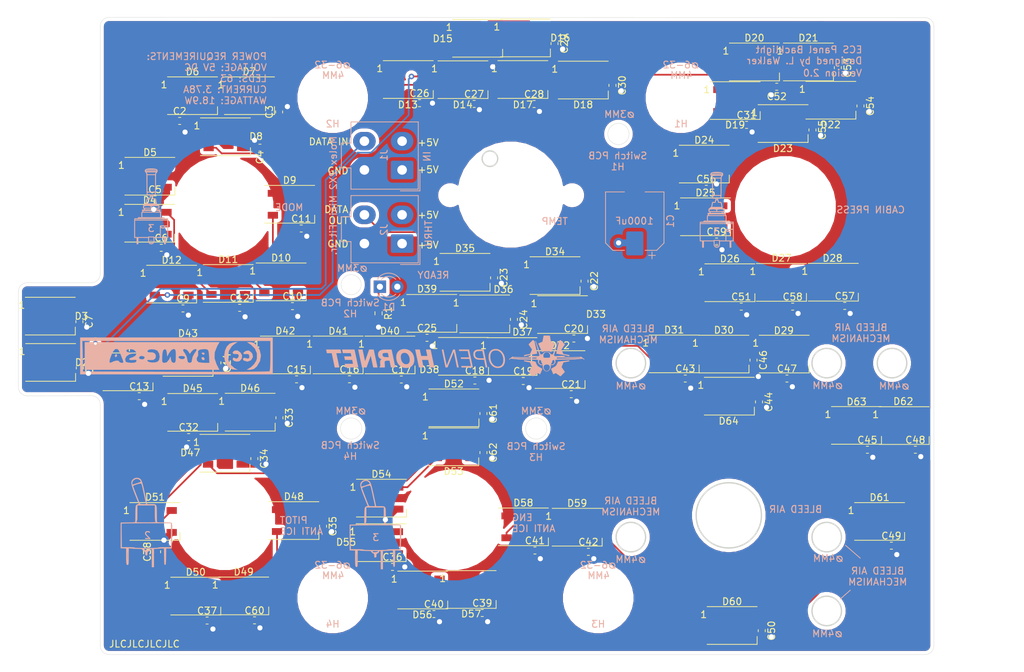
<source format=kicad_pcb>
(kicad_pcb (version 20171130) (host pcbnew "(5.1.9)-1")
  (layers (0 F.Cu signal) (31 B.Cu signal) (34 B.Paste user hide) (35 F.Paste user hide) (36 B.SilkS user) (37 F.SilkS user) (38 B.Mask user hide) (39 F.Mask user hide) (44 Edge.Cuts user))
  (net 0 "")
  (net 1 /LEDGND)
  (net 2 /LED+5V)
  (net 3 "Net-(D1-Pad1)")
  (net 4 "Net-(D2-Pad2)")
  (net 5 /DATAIN)
  (net 6 "Net-(D3-Pad2)")
  (net 7 "Net-(D4-Pad2)")
  (net 8 "Net-(D5-Pad2)")
  (net 9 "Net-(D6-Pad2)")
  (net 10 "Net-(D7-Pad2)")
  (net 11 "Net-(D8-Pad2)")
  (net 12 "Net-(D10-Pad4)")
  (net 13 "Net-(D10-Pad2)")
  (net 14 "Net-(D11-Pad2)")
  (net 15 "Net-(D12-Pad2)")
  (net 16 "Net-(D14-Pad2)")
  (net 17 "Net-(D15-Pad2)")
  (net 18 "Net-(D16-Pad2)")
  (net 19 "Net-(D17-Pad2)")
  (net 20 "Net-(D18-Pad2)")
  (net 21 "Net-(D19-Pad2)")
  (net 22 "Net-(D20-Pad2)")
  (net 23 "Net-(D21-Pad2)")
  (net 24 "Net-(D22-Pad2)")
  (net 25 "Net-(D23-Pad2)")
  (net 26 "Net-(D24-Pad2)")
  (net 27 "Net-(D26-Pad2)")
  (net 28 "Net-(D27-Pad2)")
  (net 29 "Net-(D28-Pad2)")
  (net 30 "Net-(D29-Pad2)")
  (net 31 "Net-(D30-Pad2)")
  (net 32 "Net-(D31-Pad2)")
  (net 33 "Net-(D32-Pad2)")
  (net 34 "Net-(D33-Pad2)")
  (net 35 "Net-(D34-Pad2)")
  (net 36 "Net-(D35-Pad2)")
  (net 37 "Net-(D36-Pad2)")
  (net 38 /DATAOUT)
  (net 39 "Net-(D38-Pad2)")
  (net 40 "Net-(D39-Pad2)")
  (net 41 "Net-(D40-Pad2)")
  (net 42 "Net-(D41-Pad2)")
  (net 43 "Net-(D42-Pad2)")
  (net 44 "Net-(D43-Pad2)")
  (net 45 "Net-(D44-Pad2)")
  (net 46 "Net-(D45-Pad2)")
  (net 47 "Net-(D46-Pad2)")
  (net 48 "Net-(D47-Pad2)")
  (net 49 "Net-(D48-Pad2)")
  (net 50 "Net-(D50-Pad2)")
  (net 51 "Net-(D51-Pad2)")
  (net 52 "Net-(D52-Pad2)")
  (net 53 "Net-(D53-Pad2)")
  (net 54 "Net-(D54-Pad2)")
  (net 55 "Net-(D55-Pad2)")
  (net 56 "Net-(D56-Pad2)")
  (net 57 "Net-(D57-Pad2)")
  (net 58 "Net-(D58-Pad2)")
  (net 59 "Net-(D59-Pad2)")
  (net 60 "Net-(D60-Pad2)")
  (net 61 "Net-(D61-Pad2)")
  (net 62 "Net-(D13-Pad2)")
  (net 63 "Net-(D25-Pad2)")
  (net 64 "Net-(D37-Pad2)")
  (net 65 "Net-(D49-Pad2)")
  (net 66 "Net-(D62-Pad2)")
  (net 67 "Net-(D63-Pad2)")
  (module MountingHole:MountingHole_2.5mm (layer F.Cu) (at 102.235 92.9386)
    (fp_text reference REF** hide)
    (fp_text value MountingHole_2.5mm)
    (pad 1 np_thru_hole circle (at 0 0) (size 2.5 2.5) (drill 2.5) (layers *.Cu *.Mask))
  )
  (module MountingHole:MountingHole_2.5mm (layer F.Cu) (at 84.455 92.9386)
    (fp_text reference REF** hide)
    (fp_text value MountingHole_2.5mm)
    (pad 1 np_thru_hole circle (at 0 0) (size 2.5 2.5) (drill 2.5) (layers *.Cu *.Mask))
  )
  (module OH_Backlighting:BR10K_Pot_11mm_x_11mm (layer F.Cu) (at 93.275 92.85 180)
    (fp_text reference REF** hide)
    (fp_text value BR10K_Pot_11mm_x_11mm hide)
    (pad "" np_thru_hole circle (at 0 0 180) (size 7.5 7.5) (drill 7.5) (layers *.Mask B.Cu) (clearance 4))
    (pad "" np_thru_hole circle (at 0 0 180) (size 7.5 7.5) (drill 7.5) (layers *.Mask F.Cu) (clearance 4))
  )
  (module OH_General:OH_LOGO_37.7mm_5.9mm (layer B.Cu) (at 85.2 116.4 180)
    (fp_text reference G*** hide)
    (fp_text value LOGO hide)
  )
  (module OH_General:CC-BY-NC-SA-Small (layer B.Cu) (at 44.6 116.4 180)
    (fp_text reference G*** hide)
    (fp_text value LOGO hide)
  )
  (module OH_Backlighting:OH_Panel_6-32_PHS (layer F.Cu) (at 67.31 151.7396)
    (fp_text reference REF** hide)
    (fp_text value OH_Panel_Fastner_Keepout hide)
    (fp_text user 4MM (at 0.075 -3.275 180) (layer B.SilkS) (effects (justify mirror)))
    (fp_text user H4 (at 0 3.81) (layer B.SilkS) (effects (justify mirror)))
    (fp_text user ⌀6-32 (at 0 -4.8) (layer B.SilkS) (effects (justify mirror)))
    (pad "" np_thru_hole circle (at 0 0) (size 4.3 4.3) (drill 4.3) (layers *.Cu *.Mask) (clearance 3))
  )
  (module OH_Backlighting:OH_Panel_6-32_PHS (layer F.Cu) (at 106.045 151.7396)
    (fp_text reference REF** hide)
    (fp_text value OH_Panel_Fastner_Keepout hide)
    (fp_text user 4MM (at 0.075 -3.275 180) (layer B.SilkS) (effects (justify mirror)))
    (fp_text user H3 (at 0 3.81) (layer B.SilkS) (effects (justify mirror)))
    (fp_text user ⌀6-32 (at 0 -4.8) (layer B.SilkS) (effects (justify mirror)))
    (pad "" np_thru_hole circle (at 0 0) (size 4.3 4.3) (drill 4.3) (layers *.Cu *.Mask) (clearance 3))
  )
  (module OH_Backlighting:OH_Panel_6-32_PHS (layer F.Cu) (at 118.11 78.7146)
    (fp_text reference REF** hide)
    (fp_text value OH_Panel_Fastner_Keepout hide)
    (fp_text user 4MM (at 0.075 -3.275 180) (layer B.SilkS) (effects (justify mirror)))
    (fp_text user H1 (at 0 3.81) (layer B.SilkS) (effects (justify mirror)))
    (fp_text user ⌀6-32 (at 0 -4.8) (layer B.SilkS) (effects (justify mirror)))
    (pad "" np_thru_hole circle (at 0 0) (size 4.3 4.3) (drill 4.3) (layers *.Cu *.Mask) (clearance 3))
  )
  (module OH_Backlighting:OH_Panel_6-32_PHS (layer F.Cu) (at 67.31 78.7146)
    (fp_text reference REF** hide)
    (fp_text value OH_Panel_Fastner_Keepout hide)
    (fp_text user 4MM (at 0.075 -3.275 180) (layer B.SilkS) (effects (justify mirror)))
    (fp_text user H2 (at 0 3.81) (layer B.SilkS) (effects (justify mirror)))
    (fp_text user ⌀6-32 (at 0 -4.8) (layer B.SilkS) (effects (justify mirror)))
    (pad "" np_thru_hole circle (at 0 0) (size 4.3 4.3) (drill 4.3) (layers *.Cu *.Mask) (clearance 3))
  )
  (module OH_Backlighting:631H_Toggle_13mm_x_13mm (layer F.Cu) (at 84.899499 140.3096)
    (fp_text reference REF** hide)
    (fp_text value 631H_Toggle_13mm_x_13mm hide)
    (pad "" np_thru_hole circle (at 0 0) (size 12.7 12.7) (drill 12.7) (layers B.Cu) (clearance 2.5))
    (pad "" np_thru_hole circle (at 0 0) (size 12.7 12.7) (drill 12.7) (layers *.Mask F.Cu) (clearance 1))
  )
  (module OH_Backlighting:631H_Toggle_Silkscreen (layer F.Cu) (at 73.5 141)
    (fp_text reference G*** hide)
    (fp_text value "631H Toggle" hide)
  )
  (module OH_Backlighting:631H_Toggle_Silkscreen (layer F.Cu) (at 40.1 140.7)
    (fp_text reference G*** hide)
    (fp_text value "631H Toggle" hide)
  )
  (module OH_Backlighting:631H_Toggle_13mm_x_13mm (layer F.Cu) (at 51.562 140.3096)
    (fp_text reference 5 hide)
    (fp_text value 631H_Toggle_13mm_x_13mm hide)
    (pad "" np_thru_hole circle (at 0 0) (size 12.7 12.7) (drill 12.7) (layers B.Cu) (clearance 2.5))
    (pad "" np_thru_hole circle (at 0 0) (size 12.7 12.7) (drill 12.7) (layers *.Mask F.Cu) (clearance 1))
  )
  (module OH_Backlighting:S3AL_Toggle_Silkscreen (layer F.Cu) (at 123.2 95.2)
    (fp_text reference G*** hide)
    (fp_text value "S3AL Toggle" hide)
    (fp_text user 3 (at 0.125 3.075) (layer B.SilkS) (effects (justify mirror)))
  )
  (module OH_Backlighting:SxAL_Toggle_13x13mm (layer F.Cu) (at 133.35 94.5896)
    (fp_text reference 3 hide)
    (fp_text value SxAL_Toggle_13x13mm hide)
    (pad "" np_thru_hole circle (at 0 0) (size 12.7 12.7) (drill 12.7) (layers *.Mask F.Cu) (clearance 1))
    (pad "" np_thru_hole circle (at 0 0) (size 12.7 12.7) (drill 12.7) (layers *.Mask B.Cu) (clearance 2.65))
  )
  (module OH_Backlighting:S3AL_Toggle_Silkscreen (layer F.Cu) (at 40.7 94.7)
    (fp_text reference G*** hide)
    (fp_text value "S3AL Toggle" hide)
    (fp_text user 3 (at 0.125 3.075) (layer B.SilkS) (effects (justify mirror)))
  )
  (module OH_Backlighting:SxAL_Toggle_13x13mm (layer F.Cu) (at 51.308 94.5896)
    (fp_text reference 1 hide)
    (fp_text value SxAL_Toggle_13x13mm hide)
    (pad "" np_thru_hole circle (at 0 0) (size 12.7 12.7) (drill 12.7) (layers *.Mask F.Cu) (clearance 1))
    (pad "" np_thru_hole circle (at 0 0) (size 12.7 12.7) (drill 12.7) (layers *.Mask B.Cu) (clearance 2.65))
  )
  (module LED_SMD:LED_WS2812B_PLCC4_5.0x5.0mm_P3.2mm (layer F.Cu) (at 51.6636 84.4042)
    (fp_text reference D8 (at 4.4704 -0.0508) (layer F.SilkS))
    (fp_text value WS2812B)
    (fp_text user 1 (at -4.15 -1.6) (layer F.SilkS))
    (pad 1 smd rect (at -2.45 -1.6) (size 1.5 1) (layers F.Cu F.Paste F.Mask) (net 2 /LED+5V))
    (pad 2 smd rect (at -2.45 1.6) (size 1.5 1) (layers F.Cu F.Paste F.Mask) (net 11 "Net-(D8-Pad2)"))
    (pad 4 smd rect (at 2.45 -1.6) (size 1.5 1) (layers F.Cu F.Paste F.Mask) (net 10 "Net-(D7-Pad2)"))
    (pad 3 smd rect (at 2.45 1.6) (size 1.5 1) (layers F.Cu F.Paste F.Mask) (net 1 /LEDGND))
  )
  (module Capacitor_SMD:C_0603_1608Metric (layer F.Cu) (at 89.3 130.512 270)
    (fp_text reference C62 (at 0 -1.43 90) (layer F.SilkS))
    (fp_text value C)
    (pad 2 smd roundrect (at 0.7875 0 270) (size 0.875 0.95) (layers F.Cu F.Paste F.Mask) (net 1 /LEDGND))
    (pad 1 smd roundrect (at -0.7875 0 270) (size 0.875 0.95) (layers F.Cu F.Paste F.Mask) (net 2 /LED+5V))
  )
  (module Capacitor_SMD:C_0603_1608Metric (layer F.Cu) (at 89.3 124.812 270)
    (fp_text reference C61 (at 0 -1.43 90) (layer F.SilkS))
    (fp_text value C)
    (pad 2 smd roundrect (at 0.7875 0 270) (size 0.875 0.95) (layers F.Cu F.Paste F.Mask) (net 1 /LEDGND))
    (pad 1 smd roundrect (at -0.7875 0 270) (size 0.875 0.95) (layers F.Cu F.Paste F.Mask) (net 2 /LED+5V))
  )
  (module Capacitor_SMD:C_0603_1608Metric (layer F.Cu) (at 55.9125 155)
    (fp_text reference C60 (at 0 -1.43) (layer F.SilkS))
    (fp_text value C)
    (pad 2 smd roundrect (at 0.7875 0) (size 0.875 0.95) (layers F.Cu F.Paste F.Mask) (net 1 /LEDGND))
    (pad 1 smd roundrect (at -0.7875 0) (size 0.875 0.95) (layers F.Cu F.Paste F.Mask) (net 2 /LED+5V))
  )
  (module Capacitor_SMD:C_0603_1608Metric (layer F.Cu) (at 123.312 99.7)
    (fp_text reference C59 (at 0 -1.43) (layer F.SilkS))
    (fp_text value C)
    (pad 2 smd roundrect (at 0.7875 0) (size 0.875 0.95) (layers F.Cu F.Paste F.Mask) (net 1 /LEDGND))
    (pad 1 smd roundrect (at -0.7875 0) (size 0.875 0.95) (layers F.Cu F.Paste F.Mask) (net 2 /LED+5V))
  )
  (module Capacitor_SMD:C_0603_1608Metric (layer F.Cu) (at 134.412 109.2)
    (fp_text reference C58 (at 0 -1.43) (layer F.SilkS))
    (fp_text value C)
    (pad 2 smd roundrect (at 0.7875 0) (size 0.875 0.95) (layers F.Cu F.Paste F.Mask) (net 1 /LEDGND))
    (pad 1 smd roundrect (at -0.7875 0) (size 0.875 0.95) (layers F.Cu F.Paste F.Mask) (net 2 /LED+5V))
  )
  (module Capacitor_SMD:C_0603_1608Metric (layer F.Cu) (at 142.012 109.1)
    (fp_text reference C57 (at 0 -1.43) (layer F.SilkS))
    (fp_text value C)
    (pad 2 smd roundrect (at 0.7875 0) (size 0.875 0.95) (layers F.Cu F.Paste F.Mask) (net 1 /LEDGND))
    (pad 1 smd roundrect (at -0.7875 0) (size 0.875 0.95) (layers F.Cu F.Paste F.Mask) (net 2 /LED+5V))
  )
  (module Capacitor_SMD:C_0603_1608Metric (layer F.Cu) (at 121.812 92)
    (fp_text reference C56 (at 0 -1.43) (layer F.SilkS))
    (fp_text value C)
    (pad 2 smd roundrect (at 0.7875 0) (size 0.875 0.95) (layers F.Cu F.Paste F.Mask) (net 1 /LEDGND))
    (pad 1 smd roundrect (at -0.7875 0) (size 0.875 0.95) (layers F.Cu F.Paste F.Mask) (net 2 /LED+5V))
  )
  (module Capacitor_SMD:C_0603_1608Metric (layer F.Cu) (at 137.3 83.4125 270)
    (fp_text reference C55 (at 0 -1.43 90) (layer F.SilkS))
    (fp_text value C)
    (pad 2 smd roundrect (at 0.7875 0 270) (size 0.875 0.95) (layers F.Cu F.Paste F.Mask) (net 1 /LEDGND))
    (pad 1 smd roundrect (at -0.7875 0 270) (size 0.875 0.95) (layers F.Cu F.Paste F.Mask) (net 2 /LED+5V))
  )
  (module Capacitor_SMD:C_0603_1608Metric (layer F.Cu) (at 144.3 79.9125 270)
    (fp_text reference C54 (at 0 -1.43 90) (layer F.SilkS))
    (fp_text value C)
    (pad 2 smd roundrect (at 0.7875 0 270) (size 0.875 0.95) (layers F.Cu F.Paste F.Mask) (net 1 /LEDGND))
    (pad 1 smd roundrect (at -0.7875 0 270) (size 0.875 0.95) (layers F.Cu F.Paste F.Mask) (net 2 /LED+5V))
  )
  (module Capacitor_SMD:C_0603_1608Metric (layer F.Cu) (at 141 74.3125 270)
    (fp_text reference C53 (at 0 -1.43 90) (layer F.SilkS))
    (fp_text value C)
    (pad 2 smd roundrect (at 0.7875 0 270) (size 0.875 0.95) (layers F.Cu F.Paste F.Mask) (net 1 /LEDGND))
    (pad 1 smd roundrect (at -0.7875 0 270) (size 0.875 0.95) (layers F.Cu F.Paste F.Mask) (net 2 /LED+5V))
  )
  (module Capacitor_SMD:C_0603_1608Metric (layer F.Cu) (at 132.088 77.1 180)
    (fp_text reference C52 (at 0 -1.43) (layer F.SilkS))
    (fp_text value C)
    (pad 2 smd roundrect (at 0.7875 0 180) (size 0.875 0.95) (layers F.Cu F.Paste F.Mask) (net 1 /LEDGND))
    (pad 1 smd roundrect (at -0.7875 0 180) (size 0.875 0.95) (layers F.Cu F.Paste F.Mask) (net 2 /LED+5V))
  )
  (module Capacitor_SMD:C_0603_1608Metric (layer F.Cu) (at 126.912 109.2)
    (fp_text reference C51 (at 0 -1.43) (layer F.SilkS))
    (fp_text value C)
    (pad 2 smd roundrect (at 0.7875 0) (size 0.875 0.95) (layers F.Cu F.Paste F.Mask) (net 1 /LEDGND))
    (pad 1 smd roundrect (at -0.7875 0) (size 0.875 0.95) (layers F.Cu F.Paste F.Mask) (net 2 /LED+5V))
  )
  (module Capacitor_SMD:C_0603_1608Metric (layer F.Cu) (at 129.9 156.512 270)
    (fp_text reference C50 (at 0 -1.43 90) (layer F.SilkS))
    (fp_text value C)
    (pad 2 smd roundrect (at 0.7875 0 270) (size 0.875 0.95) (layers F.Cu F.Paste F.Mask) (net 1 /LEDGND))
    (pad 1 smd roundrect (at -0.7875 0 270) (size 0.875 0.95) (layers F.Cu F.Paste F.Mask) (net 2 /LED+5V))
  )
  (module Capacitor_SMD:C_0603_1608Metric (layer F.Cu) (at 148.812 144.1)
    (fp_text reference C49 (at 0 -1.43) (layer F.SilkS))
    (fp_text value C)
    (pad 2 smd roundrect (at 0.7875 0) (size 0.875 0.95) (layers F.Cu F.Paste F.Mask) (net 1 /LEDGND))
    (pad 1 smd roundrect (at -0.7875 0) (size 0.875 0.95) (layers F.Cu F.Paste F.Mask) (net 2 /LED+5V))
  )
  (module Capacitor_SMD:C_0603_1608Metric (layer F.Cu) (at 152.312 130.1)
    (fp_text reference C48 (at 0 -1.43) (layer F.SilkS))
    (fp_text value C)
    (pad 2 smd roundrect (at 0.7875 0) (size 0.875 0.95) (layers F.Cu F.Paste F.Mask) (net 1 /LEDGND))
    (pad 1 smd roundrect (at -0.7875 0) (size 0.875 0.95) (layers F.Cu F.Paste F.Mask) (net 2 /LED+5V))
  )
  (module Capacitor_SMD:C_0603_1608Metric (layer F.Cu) (at 133.577 119.7)
    (fp_text reference C47 (at 0 -1.43) (layer F.SilkS))
    (fp_text value C)
    (pad 2 smd roundrect (at 0.7875 0) (size 0.875 0.95) (layers F.Cu F.Paste F.Mask) (net 1 /LEDGND))
    (pad 1 smd roundrect (at -0.7875 0) (size 0.875 0.95) (layers F.Cu F.Paste F.Mask) (net 2 /LED+5V))
  )
  (module Capacitor_SMD:C_0603_1608Metric (layer F.Cu) (at 128.7 117.012 270)
    (fp_text reference C46 (at 0 -1.43 90) (layer F.SilkS))
    (fp_text value C)
    (pad 2 smd roundrect (at 0.7875 0 270) (size 0.875 0.95) (layers F.Cu F.Paste F.Mask) (net 1 /LEDGND))
    (pad 1 smd roundrect (at -0.7875 0 270) (size 0.875 0.95) (layers F.Cu F.Paste F.Mask) (net 2 /LED+5V))
  )
  (module Capacitor_SMD:C_0603_1608Metric (layer F.Cu) (at 145.312 130.1)
    (fp_text reference C45 (at 0 -1.43) (layer F.SilkS))
    (fp_text value C)
    (pad 2 smd roundrect (at 0.7875 0) (size 0.875 0.95) (layers F.Cu F.Paste F.Mask) (net 1 /LEDGND))
    (pad 1 smd roundrect (at -0.7875 0) (size 0.875 0.95) (layers F.Cu F.Paste F.Mask) (net 2 /LED+5V))
  )
  (module Capacitor_SMD:C_0603_1608Metric (layer F.Cu) (at 129.5 123.112 270)
    (fp_text reference C44 (at 0 -1.43 90) (layer F.SilkS))
    (fp_text value C)
    (pad 2 smd roundrect (at 0.7875 0 270) (size 0.875 0.95) (layers F.Cu F.Paste F.Mask) (net 1 /LEDGND))
    (pad 1 smd roundrect (at -0.7875 0 270) (size 0.875 0.95) (layers F.Cu F.Paste F.Mask) (net 2 /LED+5V))
  )
  (module Capacitor_SMD:C_0603_1608Metric (layer F.Cu) (at 118.747 119.7)
    (fp_text reference C43 (at 0 -1.43) (layer F.SilkS))
    (fp_text value C)
    (pad 2 smd roundrect (at 0.7875 0) (size 0.875 0.95) (layers F.Cu F.Paste F.Mask) (net 1 /LEDGND))
    (pad 1 smd roundrect (at -0.7875 0) (size 0.875 0.95) (layers F.Cu F.Paste F.Mask) (net 2 /LED+5V))
  )
  (module Capacitor_SMD:C_0603_1608Metric (layer F.Cu) (at 104.612 145)
    (fp_text reference C42 (at 0 -1.43) (layer F.SilkS))
    (fp_text value C)
    (pad 2 smd roundrect (at 0.7875 0) (size 0.875 0.95) (layers F.Cu F.Paste F.Mask) (net 1 /LEDGND))
    (pad 1 smd roundrect (at -0.7875 0) (size 0.875 0.95) (layers F.Cu F.Paste F.Mask) (net 2 /LED+5V))
  )
  (module Capacitor_SMD:C_0603_1608Metric (layer F.Cu) (at 96.8125 144.8)
    (fp_text reference C41 (at 0 -1.43) (layer F.SilkS))
    (fp_text value C)
    (pad 2 smd roundrect (at 0.7875 0) (size 0.875 0.95) (layers F.Cu F.Paste F.Mask) (net 1 /LEDGND))
    (pad 1 smd roundrect (at -0.7875 0) (size 0.875 0.95) (layers F.Cu F.Paste F.Mask) (net 2 /LED+5V))
  )
  (module Capacitor_SMD:C_0603_1608Metric (layer F.Cu) (at 82.0825 154.08)
    (fp_text reference C40 (at 0 -1.43) (layer F.SilkS))
    (fp_text value C)
    (pad 2 smd roundrect (at 0.7875 0) (size 0.875 0.95) (layers F.Cu F.Paste F.Mask) (net 1 /LEDGND))
    (pad 1 smd roundrect (at -0.7875 0) (size 0.875 0.95) (layers F.Cu F.Paste F.Mask) (net 2 /LED+5V))
  )
  (module Capacitor_SMD:C_0603_1608Metric (layer F.Cu) (at 89.1285 153.924)
    (fp_text reference C39 (at 0 -1.43) (layer F.SilkS))
    (fp_text value C)
    (pad 2 smd roundrect (at 0.7875 0) (size 0.875 0.95) (layers F.Cu F.Paste F.Mask) (net 1 /LEDGND))
    (pad 1 smd roundrect (at -0.7875 0) (size 0.875 0.95) (layers F.Cu F.Paste F.Mask) (net 2 /LED+5V))
  )
  (module Capacitor_SMD:C_0603_1608Metric (layer F.Cu) (at 41.7 144.9875 90)
    (fp_text reference C38 (at 0 -1.43 90) (layer F.SilkS))
    (fp_text value C)
    (pad 2 smd roundrect (at 0.7875 0 90) (size 0.875 0.95) (layers F.Cu F.Paste F.Mask) (net 1 /LEDGND))
    (pad 1 smd roundrect (at -0.7875 0 90) (size 0.875 0.95) (layers F.Cu F.Paste F.Mask) (net 2 /LED+5V))
  )
  (module Capacitor_SMD:C_0603_1608Metric (layer F.Cu) (at 48.9925 155.03)
    (fp_text reference C37 (at 0 -1.43) (layer F.SilkS))
    (fp_text value C)
    (pad 2 smd roundrect (at 0.7875 0) (size 0.875 0.95) (layers F.Cu F.Paste F.Mask) (net 1 /LEDGND))
    (pad 1 smd roundrect (at -0.7875 0) (size 0.875 0.95) (layers F.Cu F.Paste F.Mask) (net 2 /LED+5V))
  )
  (module Capacitor_SMD:C_0603_1608Metric (layer F.Cu) (at 76.0325 147.2)
    (fp_text reference C36 (at 0 -1.43) (layer F.SilkS))
    (fp_text value C)
    (pad 2 smd roundrect (at 0.7875 0) (size 0.875 0.95) (layers F.Cu F.Paste F.Mask) (net 1 /LEDGND))
    (pad 1 smd roundrect (at -0.7875 0) (size 0.875 0.95) (layers F.Cu F.Paste F.Mask) (net 2 /LED+5V))
  )
  (module Capacitor_SMD:C_0603_1608Metric (layer F.Cu) (at 65.91 141.262 270)
    (fp_text reference C35 (at 0 -1.43 90) (layer F.SilkS))
    (fp_text value C)
    (pad 2 smd roundrect (at 0.7875 0 270) (size 0.875 0.95) (layers F.Cu F.Paste F.Mask) (net 1 /LEDGND))
    (pad 1 smd roundrect (at -0.7875 0 270) (size 0.875 0.95) (layers F.Cu F.Paste F.Mask) (net 2 /LED+5V))
  )
  (module Capacitor_SMD:C_0603_1608Metric (layer F.Cu) (at 55.88 131.392 270)
    (fp_text reference C34 (at 0 -1.43 90) (layer F.SilkS))
    (fp_text value C)
    (pad 2 smd roundrect (at 0.7875 0 270) (size 0.875 0.95) (layers F.Cu F.Paste F.Mask) (net 1 /LEDGND))
    (pad 1 smd roundrect (at -0.7875 0 270) (size 0.875 0.95) (layers F.Cu F.Paste F.Mask) (net 2 /LED+5V))
  )
  (module Capacitor_SMD:C_0603_1608Metric (layer F.Cu) (at 59.54 125.432 270)
    (fp_text reference C33 (at 0 -1.43 90) (layer F.SilkS))
    (fp_text value C)
    (pad 2 smd roundrect (at 0.7875 0 270) (size 0.875 0.95) (layers F.Cu F.Paste F.Mask) (net 1 /LEDGND))
    (pad 1 smd roundrect (at -0.7875 0 270) (size 0.875 0.95) (layers F.Cu F.Paste F.Mask) (net 2 /LED+5V))
  )
  (module Capacitor_SMD:C_0603_1608Metric (layer F.Cu) (at 46.3025 128.25)
    (fp_text reference C32 (at 0 -1.43) (layer F.SilkS))
    (fp_text value C)
    (pad 2 smd roundrect (at 0.7875 0) (size 0.875 0.95) (layers F.Cu F.Paste F.Mask) (net 1 /LEDGND))
    (pad 1 smd roundrect (at -0.7875 0) (size 0.875 0.95) (layers F.Cu F.Paste F.Mask) (net 2 /LED+5V))
  )
  (module Connector_Molex:Molex_Mini-Fit_Jr_5566-04A_2x02_P4.20mm_Vertical (layer B.Cu) (at 77.436 100 90)
    (fp_text reference J2 (at 2.0276 -2.636 90) (layer B.SilkS) (effects (justify mirror)))
    (fp_text value Conn_01x04_Female)
    (pad 4 thru_hole oval (at 4.2 -5.5 90) (size 2.7 3.3) (drill 1.4) (layers *.Cu *.Mask) (net 38 /DATAOUT))
    (pad 3 thru_hole oval (at 0 -5.5 90) (size 2.7 3.3) (drill 1.4) (layers *.Cu *.Mask) (net 1 /LEDGND))
    (pad 2 thru_hole oval (at 4.2 0 90) (size 2.7 3.3) (drill 1.4) (layers *.Cu *.Mask) (net 2 /LED+5V))
    (pad 1 thru_hole roundrect (at 0 0 90) (size 2.7 3.3) (drill 1.4) (layers *.Cu *.Mask) (roundrect_rratio 0.09259296296296296) (net 2 /LED+5V))
  )
  (module Connector_Molex:Molex_Mini-Fit_Jr_5566-04A_2x02_P4.20mm_Vertical (layer B.Cu) (at 77.436 89.2486 90)
    (fp_text reference J1 (at 2.1486 -2.636 90) (layer B.SilkS) (effects (justify mirror)))
    (fp_text value Conn_01x04_Female)
    (pad 4 thru_hole oval (at 4.2 -5.5 90) (size 2.7 3.3) (drill 1.4) (layers *.Cu *.Mask) (net 5 /DATAIN))
    (pad 3 thru_hole oval (at 0 -5.5 90) (size 2.7 3.3) (drill 1.4) (layers *.Cu *.Mask) (net 1 /LEDGND))
    (pad 2 thru_hole oval (at 4.2 0 90) (size 2.7 3.3) (drill 1.4) (layers *.Cu *.Mask) (net 2 /LED+5V))
    (pad 1 thru_hole roundrect (at 0 0 90) (size 2.7 3.3) (drill 1.4) (layers *.Cu *.Mask) (roundrect_rratio 0.09259296296296296) (net 2 /LED+5V))
  )
  (module Capacitor_SMD:C_0603_1608Metric (layer F.Cu) (at 127.688 82.67)
    (fp_text reference C31 (at 0 -1.43) (layer F.SilkS))
    (fp_text value C)
    (pad 2 smd roundrect (at 0.7875 0) (size 0.875 0.95) (layers F.Cu F.Paste F.Mask) (net 1 /LEDGND))
    (pad 1 smd roundrect (at -0.7875 0) (size 0.875 0.95) (layers F.Cu F.Paste F.Mask) (net 2 /LED+5V))
  )
  (module Capacitor_SMD:C_0603_1608Metric (layer F.Cu) (at 108.12 76.9025 270)
    (fp_text reference C30 (at 0 -1.43 90) (layer F.SilkS))
    (fp_text value C)
    (pad 2 smd roundrect (at 0.7875 0 270) (size 0.875 0.95) (layers F.Cu F.Paste F.Mask) (net 1 /LEDGND))
    (pad 1 smd roundrect (at -0.7875 0 270) (size 0.875 0.95) (layers F.Cu F.Paste F.Mask) (net 2 /LED+5V))
  )
  (module Capacitor_SMD:C_0603_1608Metric (layer F.Cu) (at 99.67 70.8025 270)
    (fp_text reference C29 (at 0 -1.43 90) (layer F.SilkS))
    (fp_text value C)
    (pad 2 smd roundrect (at 0.7875 0 270) (size 0.875 0.95) (layers F.Cu F.Paste F.Mask) (net 1 /LEDGND))
    (pad 1 smd roundrect (at -0.7875 0 270) (size 0.875 0.95) (layers F.Cu F.Paste F.Mask) (net 2 /LED+5V))
  )
  (module Capacitor_SMD:C_0603_1608Metric (layer F.Cu) (at 96.6925 79.63)
    (fp_text reference C28 (at 0 -1.43) (layer F.SilkS))
    (fp_text value C)
    (pad 2 smd roundrect (at 0.7875 0) (size 0.875 0.95) (layers F.Cu F.Paste F.Mask) (net 1 /LEDGND))
    (pad 1 smd roundrect (at -0.7875 0) (size 0.875 0.95) (layers F.Cu F.Paste F.Mask) (net 2 /LED+5V))
  )
  (module Capacitor_SMD:C_0603_1608Metric (layer F.Cu) (at 87.9425 79.61)
    (fp_text reference C27 (at 0 -1.43) (layer F.SilkS))
    (fp_text value C)
    (pad 2 smd roundrect (at 0.7875 0) (size 0.875 0.95) (layers F.Cu F.Paste F.Mask) (net 1 /LEDGND))
    (pad 1 smd roundrect (at -0.7875 0) (size 0.875 0.95) (layers F.Cu F.Paste F.Mask) (net 2 /LED+5V))
  )
  (module Capacitor_SMD:C_0603_1608Metric (layer F.Cu) (at 79.9825 79.5)
    (fp_text reference C26 (at 0 -1.43) (layer F.SilkS))
    (fp_text value C)
    (pad 2 smd roundrect (at 0.7875 0) (size 0.875 0.95) (layers F.Cu F.Paste F.Mask) (net 1 /LEDGND))
    (pad 1 smd roundrect (at -0.7875 0) (size 0.875 0.95) (layers F.Cu F.Paste F.Mask) (net 2 /LED+5V))
  )
  (module Capacitor_SMD:C_0603_1608Metric (layer F.Cu) (at 81.0725 113.76)
    (fp_text reference C25 (at 0 -1.43) (layer F.SilkS))
    (fp_text value C)
    (pad 2 smd roundrect (at 0.7875 0) (size 0.875 0.95) (layers F.Cu F.Paste F.Mask) (net 1 /LEDGND))
    (pad 1 smd roundrect (at -0.7875 0) (size 0.875 0.95) (layers F.Cu F.Paste F.Mask) (net 2 /LED+5V))
  )
  (module Capacitor_SMD:C_0603_1608Metric (layer F.Cu) (at 93.75 111.068 270)
    (fp_text reference C24 (at 0 -1.43 90) (layer F.SilkS))
    (fp_text value C)
    (pad 2 smd roundrect (at 0.7875 0 270) (size 0.875 0.95) (layers F.Cu F.Paste F.Mask) (net 1 /LEDGND))
    (pad 1 smd roundrect (at -0.7875 0 270) (size 0.875 0.95) (layers F.Cu F.Paste F.Mask) (net 2 /LED+5V))
  )
  (module Capacitor_SMD:C_0603_1608Metric (layer F.Cu) (at 90.86 105.002 270)
    (fp_text reference C23 (at 0 -1.43 90) (layer F.SilkS))
    (fp_text value C)
    (pad 2 smd roundrect (at 0.7875 0 270) (size 0.875 0.95) (layers F.Cu F.Paste F.Mask) (net 1 /LEDGND))
    (pad 1 smd roundrect (at -0.7875 0 270) (size 0.875 0.95) (layers F.Cu F.Paste F.Mask) (net 2 /LED+5V))
  )
  (module Capacitor_SMD:C_0603_1608Metric (layer F.Cu) (at 104.05 105.482 270)
    (fp_text reference C22 (at 0 -1.43 90) (layer F.SilkS))
    (fp_text value C)
    (pad 2 smd roundrect (at 0.7875 0 270) (size 0.875 0.95) (layers F.Cu F.Paste F.Mask) (net 1 /LEDGND))
    (pad 1 smd roundrect (at -0.7875 0 270) (size 0.875 0.95) (layers F.Cu F.Paste F.Mask) (net 2 /LED+5V))
  )
  (module Capacitor_SMD:C_0603_1608Metric (layer F.Cu) (at 102.11 121.99)
    (fp_text reference C21 (at 0 -1.43) (layer F.SilkS))
    (fp_text value C)
    (pad 2 smd roundrect (at 0.7875 0) (size 0.875 0.95) (layers F.Cu F.Paste F.Mask) (net 1 /LEDGND))
    (pad 1 smd roundrect (at -0.7875 0) (size 0.875 0.95) (layers F.Cu F.Paste F.Mask) (net 2 /LED+5V))
  )
  (module Capacitor_SMD:C_0603_1608Metric (layer F.Cu) (at 102.492 113.86)
    (fp_text reference C20 (at 0 -1.43) (layer F.SilkS))
    (fp_text value C)
    (pad 2 smd roundrect (at 0.7875 0) (size 0.875 0.95) (layers F.Cu F.Paste F.Mask) (net 1 /LEDGND))
    (pad 1 smd roundrect (at -0.7875 0) (size 0.875 0.95) (layers F.Cu F.Paste F.Mask) (net 2 /LED+5V))
  )
  (module Capacitor_SMD:C_0603_1608Metric (layer F.Cu) (at 95.11 120.06)
    (fp_text reference C19 (at 0 -1.43) (layer F.SilkS))
    (fp_text value C)
    (pad 2 smd roundrect (at 0.7875 0) (size 0.875 0.95) (layers F.Cu F.Paste F.Mask) (net 1 /LEDGND))
    (pad 1 smd roundrect (at -0.7875 0) (size 0.875 0.95) (layers F.Cu F.Paste F.Mask) (net 2 /LED+5V))
  )
  (module Capacitor_SMD:C_0603_1608Metric (layer F.Cu) (at 88.0525 119.99)
    (fp_text reference C18 (at 0 -1.43) (layer F.SilkS))
    (fp_text value C)
    (pad 2 smd roundrect (at 0.7875 0) (size 0.875 0.95) (layers F.Cu F.Paste F.Mask) (net 1 /LEDGND))
    (pad 1 smd roundrect (at -0.7875 0) (size 0.875 0.95) (layers F.Cu F.Paste F.Mask) (net 2 /LED+5V))
  )
  (module Capacitor_SMD:C_0603_1608Metric (layer F.Cu) (at 77.3225 119.84)
    (fp_text reference C17 (at 0 -1.43) (layer F.SilkS))
    (fp_text value C)
    (pad 2 smd roundrect (at 0.7875 0) (size 0.875 0.95) (layers F.Cu F.Paste F.Mask) (net 1 /LEDGND))
    (pad 1 smd roundrect (at -0.7875 0) (size 0.875 0.95) (layers F.Cu F.Paste F.Mask) (net 2 /LED+5V))
  )
  (module Capacitor_SMD:C_0603_1608Metric (layer F.Cu) (at 69.7625 119.81)
    (fp_text reference C16 (at 0 -1.43) (layer F.SilkS))
    (fp_text value C)
    (pad 2 smd roundrect (at 0.7875 0) (size 0.875 0.95) (layers F.Cu F.Paste F.Mask) (net 1 /LEDGND))
    (pad 1 smd roundrect (at -0.7875 0) (size 0.875 0.95) (layers F.Cu F.Paste F.Mask) (net 2 /LED+5V))
  )
  (module Capacitor_SMD:C_0603_1608Metric (layer F.Cu) (at 62.0425 119.82)
    (fp_text reference C15 (at 0 -1.43) (layer F.SilkS))
    (fp_text value C)
    (pad 2 smd roundrect (at 0.7875 0) (size 0.875 0.95) (layers F.Cu F.Paste F.Mask) (net 1 /LEDGND))
    (pad 1 smd roundrect (at -0.7875 0) (size 0.875 0.95) (layers F.Cu F.Paste F.Mask) (net 2 /LED+5V))
  )
  (module Capacitor_SMD:C_0603_1608Metric (layer F.Cu) (at 50.49 117.412 270)
    (fp_text reference C14 (at 0 -1.43 90) (layer F.SilkS))
    (fp_text value C)
    (pad 2 smd roundrect (at 0.7875 0 270) (size 0.875 0.95) (layers F.Cu F.Paste F.Mask) (net 1 /LEDGND))
    (pad 1 smd roundrect (at -0.7875 0 270) (size 0.875 0.95) (layers F.Cu F.Paste F.Mask) (net 2 /LED+5V))
  )
  (module Capacitor_SMD:C_0603_1608Metric (layer F.Cu) (at 39.0925 122.28)
    (fp_text reference C13 (at 0 -1.43) (layer F.SilkS))
    (fp_text value C)
    (pad 2 smd roundrect (at 0.7875 0) (size 0.875 0.95) (layers F.Cu F.Paste F.Mask) (net 1 /LEDGND))
    (pad 1 smd roundrect (at -0.7875 0) (size 0.875 0.95) (layers F.Cu F.Paste F.Mask) (net 2 /LED+5V))
  )
  (module Capacitor_SMD:C_0603_1608Metric (layer F.Cu) (at 53.7425 109.38)
    (fp_text reference C12 (at 0 -1.43) (layer F.SilkS))
    (fp_text value C)
    (pad 2 smd roundrect (at 0.7875 0) (size 0.875 0.95) (layers F.Cu F.Paste F.Mask) (net 1 /LEDGND))
    (pad 1 smd roundrect (at -0.7875 0) (size 0.875 0.95) (layers F.Cu F.Paste F.Mask) (net 2 /LED+5V))
  )
  (module Capacitor_SMD:C_0603_1608Metric (layer F.Cu) (at 62.7225 97.8)
    (fp_text reference C11 (at 0 -1.43) (layer F.SilkS))
    (fp_text value C)
    (pad 2 smd roundrect (at 0.7875 0) (size 0.875 0.95) (layers F.Cu F.Paste F.Mask) (net 1 /LEDGND))
    (pad 1 smd roundrect (at -0.7875 0) (size 0.875 0.95) (layers F.Cu F.Paste F.Mask) (net 2 /LED+5V))
  )
  (module Capacitor_SMD:C_0603_1608Metric (layer F.Cu) (at 61.4425 109.13)
    (fp_text reference C10 (at 0 -1.43) (layer F.SilkS))
    (fp_text value C)
    (pad 2 smd roundrect (at 0.7875 0) (size 0.875 0.95) (layers F.Cu F.Paste F.Mask) (net 1 /LEDGND))
    (pad 1 smd roundrect (at -0.7875 0) (size 0.875 0.95) (layers F.Cu F.Paste F.Mask) (net 2 /LED+5V))
  )
  (module Capacitor_SMD:C_0603_1608Metric (layer F.Cu) (at 45.4725 109.47)
    (fp_text reference C9 (at 0 -1.43) (layer F.SilkS))
    (fp_text value C)
    (pad 2 smd roundrect (at 0.7875 0) (size 0.875 0.95) (layers F.Cu F.Paste F.Mask) (net 1 /LEDGND))
    (pad 1 smd roundrect (at -0.7875 0) (size 0.875 0.95) (layers F.Cu F.Paste F.Mask) (net 2 /LED+5V))
  )
  (module Capacitor_SMD:C_0603_1608Metric (layer F.Cu) (at 30.42 118.152 270)
    (fp_text reference C8 (at 0 -1.43 90) (layer F.SilkS))
    (fp_text value C)
    (pad 2 smd roundrect (at 0.7875 0 270) (size 0.875 0.95) (layers F.Cu F.Paste F.Mask) (net 1 /LEDGND))
    (pad 1 smd roundrect (at -0.7875 0 270) (size 0.875 0.95) (layers F.Cu F.Paste F.Mask) (net 2 /LED+5V))
  )
  (module Capacitor_SMD:C_0603_1608Metric (layer F.Cu) (at 30.36 111.402 270)
    (fp_text reference C7 (at 0 -1.43 90) (layer F.SilkS))
    (fp_text value C)
    (pad 2 smd roundrect (at 0.7875 0 270) (size 0.875 0.95) (layers F.Cu F.Paste F.Mask) (net 1 /LEDGND))
    (pad 1 smd roundrect (at -0.7875 0 270) (size 0.875 0.95) (layers F.Cu F.Paste F.Mask) (net 2 /LED+5V))
  )
  (module Capacitor_SMD:C_0603_1608Metric (layer F.Cu) (at 42.3025 100.61)
    (fp_text reference C6 (at 0 -1.43) (layer F.SilkS))
    (fp_text value C)
    (pad 2 smd roundrect (at 0.7875 0) (size 0.875 0.95) (layers F.Cu F.Paste F.Mask) (net 1 /LEDGND))
    (pad 1 smd roundrect (at -0.7875 0) (size 0.875 0.95) (layers F.Cu F.Paste F.Mask) (net 2 /LED+5V))
  )
  (module Capacitor_SMD:C_0603_1608Metric (layer F.Cu) (at 41.3925 93.54)
    (fp_text reference C5 (at 0 -1.43) (layer F.SilkS))
    (fp_text value C)
    (pad 2 smd roundrect (at 0.7875 0) (size 0.875 0.95) (layers F.Cu F.Paste F.Mask) (net 1 /LEDGND))
    (pad 1 smd roundrect (at -0.7875 0) (size 0.875 0.95) (layers F.Cu F.Paste F.Mask) (net 2 /LED+5V))
  )
  (module Capacitor_SMD:C_0603_1608Metric (layer F.Cu) (at 56.7 86 180)
    (fp_text reference C4 (at 0 -1.43 270) (layer F.SilkS))
    (fp_text value C)
    (pad 2 smd roundrect (at 0.7875 0 180) (size 0.875 0.95) (layers F.Cu F.Paste F.Mask) (net 1 /LEDGND))
    (pad 1 smd roundrect (at -0.7875 0 180) (size 0.875 0.95) (layers F.Cu F.Paste F.Mask) (net 2 /LED+5V))
  )
  (module Capacitor_SMD:C_0603_1608Metric (layer F.Cu) (at 59.5 80.7875 90)
    (fp_text reference C3 (at 0 -1.43 90) (layer F.SilkS))
    (fp_text value C)
    (pad 2 smd roundrect (at 0.7875 0 90) (size 0.875 0.95) (layers F.Cu F.Paste F.Mask) (net 1 /LEDGND))
    (pad 1 smd roundrect (at -0.7875 0 90) (size 0.875 0.95) (layers F.Cu F.Paste F.Mask) (net 2 /LED+5V))
  )
  (module Capacitor_SMD:C_0603_1608Metric (layer F.Cu) (at 44.9875 82.1)
    (fp_text reference C2 (at 0 -1.43) (layer F.SilkS))
    (fp_text value C)
    (pad 2 smd roundrect (at 0.7875 0) (size 0.875 0.95) (layers F.Cu F.Paste F.Mask) (net 1 /LEDGND))
    (pad 1 smd roundrect (at -0.7875 0) (size 0.875 0.95) (layers F.Cu F.Paste F.Mask) (net 2 /LED+5V))
  )
  (module Resistor_SMD:R_0603_1608Metric (layer F.Cu) (at 74 110.175 270)
    (fp_text reference R1 (at 0 -1.43 90) (layer F.SilkS))
    (fp_text value R)
    (pad 2 smd roundrect (at 0.825 0 270) (size 0.8 0.95) (layers F.Cu F.Paste F.Mask) (net 1 /LEDGND))
    (pad 1 smd roundrect (at -0.825 0 270) (size 0.8 0.95) (layers F.Cu F.Paste F.Mask) (net 3 "Net-(D1-Pad1)"))
  )
  (module LED_SMD:LED_WS2812B_PLCC4_5.0x5.0mm_P3.2mm (layer F.Cu) (at 125.171 122.276)
    (fp_text reference D64 (at -0.1016 3.6322) (layer F.SilkS))
    (fp_text value WS2812B)
    (fp_text user 1 (at -4.15 -1.6) (layer F.SilkS))
    (pad 1 smd rect (at -2.45 -1.6) (size 1.5 1) (layers F.Cu F.Paste F.Mask) (net 2 /LED+5V))
    (pad 2 smd rect (at -2.45 1.6) (size 1.5 1) (layers F.Cu F.Paste F.Mask) (net 38 /DATAOUT))
    (pad 4 smd rect (at 2.45 -1.6) (size 1.5 1) (layers F.Cu F.Paste F.Mask) (net 67 "Net-(D63-Pad2)"))
    (pad 3 smd rect (at 2.45 1.6) (size 1.5 1) (layers F.Cu F.Paste F.Mask) (net 1 /LEDGND))
  )
  (module LED_SMD:LED_WS2812B_PLCC4_5.0x5.0mm_P3.2mm (layer F.Cu) (at 143.713 126.543)
    (fp_text reference D63 (at 0.0256 -3.4546) (layer F.SilkS))
    (fp_text value WS2812B)
    (fp_text user 1 (at -4.15 -1.6) (layer F.SilkS))
    (pad 1 smd rect (at -2.45 -1.6) (size 1.5 1) (layers F.Cu F.Paste F.Mask) (net 2 /LED+5V))
    (pad 2 smd rect (at -2.45 1.6) (size 1.5 1) (layers F.Cu F.Paste F.Mask) (net 67 "Net-(D63-Pad2)"))
    (pad 4 smd rect (at 2.45 -1.6) (size 1.5 1) (layers F.Cu F.Paste F.Mask) (net 66 "Net-(D62-Pad2)"))
    (pad 3 smd rect (at 2.45 1.6) (size 1.5 1) (layers F.Cu F.Paste F.Mask) (net 1 /LEDGND))
  )
  (module LED_SMD:LED_WS2812B_PLCC4_5.0x5.0mm_P3.2mm (layer F.Cu) (at 150.673 126.568)
    (fp_text reference D62 (at -0.127 -3.5306) (layer F.SilkS))
    (fp_text value WS2812B)
    (fp_text user 1 (at -4.15 -1.6) (layer F.SilkS))
    (pad 1 smd rect (at -2.45 -1.6) (size 1.5 1) (layers F.Cu F.Paste F.Mask) (net 2 /LED+5V))
    (pad 2 smd rect (at -2.45 1.6) (size 1.5 1) (layers F.Cu F.Paste F.Mask) (net 66 "Net-(D62-Pad2)"))
    (pad 4 smd rect (at 2.45 -1.6) (size 1.5 1) (layers F.Cu F.Paste F.Mask) (net 61 "Net-(D61-Pad2)"))
    (pad 3 smd rect (at 2.45 1.6) (size 1.5 1) (layers F.Cu F.Paste F.Mask) (net 1 /LEDGND))
  )
  (module LED_SMD:LED_WS2812B_PLCC4_5.0x5.0mm_P3.2mm (layer F.Cu) (at 147.091 140.564)
    (fp_text reference D61 (at 0 -3.5) (layer F.SilkS))
    (fp_text value WS2812B)
    (fp_text user 1 (at -4.15 -1.6) (layer F.SilkS))
    (pad 1 smd rect (at -2.45 -1.6) (size 1.5 1) (layers F.Cu F.Paste F.Mask) (net 2 /LED+5V))
    (pad 2 smd rect (at -2.45 1.6) (size 1.5 1) (layers F.Cu F.Paste F.Mask) (net 61 "Net-(D61-Pad2)"))
    (pad 4 smd rect (at 2.45 -1.6) (size 1.5 1) (layers F.Cu F.Paste F.Mask) (net 60 "Net-(D60-Pad2)"))
    (pad 3 smd rect (at 2.45 1.6) (size 1.5 1) (layers F.Cu F.Paste F.Mask) (net 1 /LEDGND))
  )
  (module LED_SMD:LED_WS2812B_PLCC4_5.0x5.0mm_P3.2mm (layer F.Cu) (at 125.578 155.753)
    (fp_text reference D60 (at 0 -3.5) (layer F.SilkS))
    (fp_text value WS2812B)
    (fp_text user 1 (at -4.15 -1.6) (layer F.SilkS))
    (pad 1 smd rect (at -2.45 -1.6) (size 1.5 1) (layers F.Cu F.Paste F.Mask) (net 2 /LED+5V))
    (pad 2 smd rect (at -2.45 1.6) (size 1.5 1) (layers F.Cu F.Paste F.Mask) (net 60 "Net-(D60-Pad2)"))
    (pad 4 smd rect (at 2.45 -1.6) (size 1.5 1) (layers F.Cu F.Paste F.Mask) (net 59 "Net-(D59-Pad2)"))
    (pad 3 smd rect (at 2.45 1.6) (size 1.5 1) (layers F.Cu F.Paste F.Mask) (net 1 /LEDGND))
  )
  (module LED_SMD:LED_WS2812B_PLCC4_5.0x5.0mm_P3.2mm (layer F.Cu) (at 102.972 141.402)
    (fp_text reference D59 (at 0 -3.5) (layer F.SilkS))
    (fp_text value WS2812B)
    (fp_text user 1 (at -4.15 -1.6) (layer F.SilkS))
    (pad 1 smd rect (at -2.45 -1.6) (size 1.5 1) (layers F.Cu F.Paste F.Mask) (net 2 /LED+5V))
    (pad 2 smd rect (at -2.45 1.6) (size 1.5 1) (layers F.Cu F.Paste F.Mask) (net 59 "Net-(D59-Pad2)"))
    (pad 4 smd rect (at 2.45 -1.6) (size 1.5 1) (layers F.Cu F.Paste F.Mask) (net 58 "Net-(D58-Pad2)"))
    (pad 3 smd rect (at 2.45 1.6) (size 1.5 1) (layers F.Cu F.Paste F.Mask) (net 1 /LEDGND))
  )
  (module LED_SMD:LED_WS2812B_PLCC4_5.0x5.0mm_P3.2mm (layer F.Cu) (at 95.123 141.351)
    (fp_text reference D58 (at 0 -3.5) (layer F.SilkS))
    (fp_text value WS2812B)
    (fp_text user 1 (at -4.15 -1.6) (layer F.SilkS))
    (pad 1 smd rect (at -2.45 -1.6) (size 1.5 1) (layers F.Cu F.Paste F.Mask) (net 2 /LED+5V))
    (pad 2 smd rect (at -2.45 1.6) (size 1.5 1) (layers F.Cu F.Paste F.Mask) (net 58 "Net-(D58-Pad2)"))
    (pad 4 smd rect (at 2.45 -1.6) (size 1.5 1) (layers F.Cu F.Paste F.Mask) (net 57 "Net-(D57-Pad2)"))
    (pad 3 smd rect (at 2.45 1.6) (size 1.5 1) (layers F.Cu F.Paste F.Mask) (net 1 /LEDGND))
  )
  (module LED_SMD:LED_WS2812B_PLCC4_5.0x5.0mm_P3.2mm (layer F.Cu) (at 87.503 150.495)
    (fp_text reference D57 (at 0 3.556) (layer F.SilkS))
    (fp_text value WS2812B)
    (fp_text user 1 (at -4.15 -1.6) (layer F.SilkS))
    (pad 1 smd rect (at -2.45 -1.6) (size 1.5 1) (layers F.Cu F.Paste F.Mask) (net 2 /LED+5V))
    (pad 2 smd rect (at -2.45 1.6) (size 1.5 1) (layers F.Cu F.Paste F.Mask) (net 57 "Net-(D57-Pad2)"))
    (pad 4 smd rect (at 2.45 -1.6) (size 1.5 1) (layers F.Cu F.Paste F.Mask) (net 56 "Net-(D56-Pad2)"))
    (pad 3 smd rect (at 2.45 1.6) (size 1.5 1) (layers F.Cu F.Paste F.Mask) (net 1 /LEDGND))
  )
  (module LED_SMD:LED_WS2812B_PLCC4_5.0x5.0mm_P3.2mm (layer F.Cu) (at 80.4418 150.571)
    (fp_text reference D56 (at -0.0508 3.6068) (layer F.SilkS))
    (fp_text value WS2812B)
    (fp_text user 1 (at -4.15 -1.6) (layer F.SilkS))
    (pad 1 smd rect (at -2.45 -1.6) (size 1.5 1) (layers F.Cu F.Paste F.Mask) (net 2 /LED+5V))
    (pad 2 smd rect (at -2.45 1.6) (size 1.5 1) (layers F.Cu F.Paste F.Mask) (net 56 "Net-(D56-Pad2)"))
    (pad 4 smd rect (at 2.45 -1.6) (size 1.5 1) (layers F.Cu F.Paste F.Mask) (net 55 "Net-(D55-Pad2)"))
    (pad 3 smd rect (at 2.45 1.6) (size 1.5 1) (layers F.Cu F.Paste F.Mask) (net 1 /LEDGND))
  )
  (module LED_SMD:LED_WS2812B_PLCC4_5.0x5.0mm_P3.2mm (layer F.Cu) (at 74.3712 143.662)
    (fp_text reference D55 (at -5.1054 -0.0762) (layer F.SilkS))
    (fp_text value WS2812B)
    (fp_text user 1 (at -4.15 -1.6) (layer F.SilkS))
    (pad 1 smd rect (at -2.45 -1.6) (size 1.5 1) (layers F.Cu F.Paste F.Mask) (net 2 /LED+5V))
    (pad 2 smd rect (at -2.45 1.6) (size 1.5 1) (layers F.Cu F.Paste F.Mask) (net 55 "Net-(D55-Pad2)"))
    (pad 4 smd rect (at 2.45 -1.6) (size 1.5 1) (layers F.Cu F.Paste F.Mask) (net 54 "Net-(D54-Pad2)"))
    (pad 3 smd rect (at 2.45 1.6) (size 1.5 1) (layers F.Cu F.Paste F.Mask) (net 1 /LEDGND))
  )
  (module LED_SMD:LED_WS2812B_PLCC4_5.0x5.0mm_P3.2mm (layer F.Cu) (at 74.422 137.16)
    (fp_text reference D54 (at 0 -3.5) (layer F.SilkS))
    (fp_text value WS2812B)
    (fp_text user 1 (at -4.15 -1.6) (layer F.SilkS))
    (pad 1 smd rect (at -2.45 -1.6) (size 1.5 1) (layers F.Cu F.Paste F.Mask) (net 2 /LED+5V))
    (pad 2 smd rect (at -2.45 1.6) (size 1.5 1) (layers F.Cu F.Paste F.Mask) (net 54 "Net-(D54-Pad2)"))
    (pad 4 smd rect (at 2.45 -1.6) (size 1.5 1) (layers F.Cu F.Paste F.Mask) (net 53 "Net-(D53-Pad2)"))
    (pad 3 smd rect (at 2.45 1.6) (size 1.5 1) (layers F.Cu F.Paste F.Mask) (net 1 /LEDGND))
  )
  (module LED_SMD:LED_WS2812B_PLCC4_5.0x5.0mm_P3.2mm (layer F.Cu) (at 84.963 129.667)
    (fp_text reference D53 (at -0.0002 3.5814) (layer F.SilkS))
    (fp_text value WS2812B)
    (fp_text user 1 (at -4.15 -1.6) (layer F.SilkS))
    (pad 1 smd rect (at -2.45 -1.6) (size 1.5 1) (layers F.Cu F.Paste F.Mask) (net 2 /LED+5V))
    (pad 2 smd rect (at -2.45 1.6) (size 1.5 1) (layers F.Cu F.Paste F.Mask) (net 53 "Net-(D53-Pad2)"))
    (pad 4 smd rect (at 2.45 -1.6) (size 1.5 1) (layers F.Cu F.Paste F.Mask) (net 52 "Net-(D52-Pad2)"))
    (pad 3 smd rect (at 2.45 1.6) (size 1.5 1) (layers F.Cu F.Paste F.Mask) (net 1 /LEDGND))
  )
  (module LED_SMD:LED_WS2812B_PLCC4_5.0x5.0mm_P3.2mm (layer F.Cu) (at 84.9884 123.977)
    (fp_text reference D52 (at 0 -3.5) (layer F.SilkS))
    (fp_text value WS2812B)
    (fp_text user 1 (at -4.15 -1.6) (layer F.SilkS))
    (pad 1 smd rect (at -2.45 -1.6) (size 1.5 1) (layers F.Cu F.Paste F.Mask) (net 2 /LED+5V))
    (pad 2 smd rect (at -2.45 1.6) (size 1.5 1) (layers F.Cu F.Paste F.Mask) (net 52 "Net-(D52-Pad2)"))
    (pad 4 smd rect (at 2.45 -1.6) (size 1.5 1) (layers F.Cu F.Paste F.Mask) (net 51 "Net-(D51-Pad2)"))
    (pad 3 smd rect (at 2.45 1.6) (size 1.5 1) (layers F.Cu F.Paste F.Mask) (net 1 /LEDGND))
  )
  (module LED_SMD:LED_WS2812B_PLCC4_5.0x5.0mm_P3.2mm (layer F.Cu) (at 41.3766 140.564)
    (fp_text reference D51 (at 0.0254 -3.556) (layer F.SilkS))
    (fp_text value WS2812B)
    (fp_text user 1 (at -4.15 -1.6) (layer F.SilkS))
    (pad 1 smd rect (at -2.45 -1.6) (size 1.5 1) (layers F.Cu F.Paste F.Mask) (net 2 /LED+5V))
    (pad 2 smd rect (at -2.45 1.6) (size 1.5 1) (layers F.Cu F.Paste F.Mask) (net 51 "Net-(D51-Pad2)"))
    (pad 4 smd rect (at 2.45 -1.6) (size 1.5 1) (layers F.Cu F.Paste F.Mask) (net 50 "Net-(D50-Pad2)"))
    (pad 3 smd rect (at 2.45 1.6) (size 1.5 1) (layers F.Cu F.Paste F.Mask) (net 1 /LEDGND))
  )
  (module LED_SMD:LED_WS2812B_PLCC4_5.0x5.0mm_P3.2mm (layer F.Cu) (at 47.334 151.46)
    (fp_text reference D50 (at 0 -3.5) (layer F.SilkS))
    (fp_text value WS2812B)
    (fp_text user 1 (at -4.15 -1.6) (layer F.SilkS))
    (pad 1 smd rect (at -2.45 -1.6) (size 1.5 1) (layers F.Cu F.Paste F.Mask) (net 2 /LED+5V))
    (pad 2 smd rect (at -2.45 1.6) (size 1.5 1) (layers F.Cu F.Paste F.Mask) (net 50 "Net-(D50-Pad2)"))
    (pad 4 smd rect (at 2.45 -1.6) (size 1.5 1) (layers F.Cu F.Paste F.Mask) (net 65 "Net-(D49-Pad2)"))
    (pad 3 smd rect (at 2.45 1.6) (size 1.5 1) (layers F.Cu F.Paste F.Mask) (net 1 /LEDGND))
  )
  (module LED_SMD:LED_WS2812B_PLCC4_5.0x5.0mm_P3.2mm (layer F.Cu) (at 54.3306 151.435)
    (fp_text reference D49 (at 0 -3.5) (layer F.SilkS))
    (fp_text value WS2812B)
    (fp_text user 1 (at -4.15 -1.6) (layer F.SilkS))
    (pad 1 smd rect (at -2.45 -1.6) (size 1.5 1) (layers F.Cu F.Paste F.Mask) (net 2 /LED+5V))
    (pad 2 smd rect (at -2.45 1.6) (size 1.5 1) (layers F.Cu F.Paste F.Mask) (net 65 "Net-(D49-Pad2)"))
    (pad 4 smd rect (at 2.45 -1.6) (size 1.5 1) (layers F.Cu F.Paste F.Mask) (net 49 "Net-(D48-Pad2)"))
    (pad 3 smd rect (at 2.45 1.6) (size 1.5 1) (layers F.Cu F.Paste F.Mask) (net 1 /LEDGND))
  )
  (module LED_SMD:LED_WS2812B_PLCC4_5.0x5.0mm_P3.2mm (layer F.Cu) (at 61.6458 140.437)
    (fp_text reference D48 (at 0 -3.5) (layer F.SilkS))
    (fp_text value WS2812B)
    (fp_text user 1 (at -4.15 -1.6) (layer F.SilkS))
    (pad 1 smd rect (at -2.45 -1.6) (size 1.5 1) (layers F.Cu F.Paste F.Mask) (net 2 /LED+5V))
    (pad 2 smd rect (at -2.45 1.6) (size 1.5 1) (layers F.Cu F.Paste F.Mask) (net 49 "Net-(D48-Pad2)"))
    (pad 4 smd rect (at 2.45 -1.6) (size 1.5 1) (layers F.Cu F.Paste F.Mask) (net 48 "Net-(D47-Pad2)"))
    (pad 3 smd rect (at 2.45 1.6) (size 1.5 1) (layers F.Cu F.Paste F.Mask) (net 1 /LEDGND))
  )
  (module LED_SMD:LED_WS2812B_PLCC4_5.0x5.0mm_P3.2mm (layer F.Cu) (at 51.5874 130.607)
    (fp_text reference D47 (at -5.0546 -0.0762) (layer F.SilkS))
    (fp_text value WS2812B)
    (fp_text user 1 (at -4.15 -1.6) (layer F.SilkS))
    (pad 1 smd rect (at -2.45 -1.6) (size 1.5 1) (layers F.Cu F.Paste F.Mask) (net 2 /LED+5V))
    (pad 2 smd rect (at -2.45 1.6) (size 1.5 1) (layers F.Cu F.Paste F.Mask) (net 48 "Net-(D47-Pad2)"))
    (pad 4 smd rect (at 2.45 -1.6) (size 1.5 1) (layers F.Cu F.Paste F.Mask) (net 47 "Net-(D46-Pad2)"))
    (pad 3 smd rect (at 2.45 1.6) (size 1.5 1) (layers F.Cu F.Paste F.Mask) (net 1 /LEDGND))
  )
  (module LED_SMD:LED_WS2812B_PLCC4_5.0x5.0mm_P3.2mm (layer F.Cu) (at 55.2704 124.612)
    (fp_text reference D46 (at 0 -3.5) (layer F.SilkS))
    (fp_text value WS2812B)
    (fp_text user 1 (at -4.15 -1.6) (layer F.SilkS))
    (pad 1 smd rect (at -2.45 -1.6) (size 1.5 1) (layers F.Cu F.Paste F.Mask) (net 2 /LED+5V))
    (pad 2 smd rect (at -2.45 1.6) (size 1.5 1) (layers F.Cu F.Paste F.Mask) (net 47 "Net-(D46-Pad2)"))
    (pad 4 smd rect (at 2.45 -1.6) (size 1.5 1) (layers F.Cu F.Paste F.Mask) (net 46 "Net-(D45-Pad2)"))
    (pad 3 smd rect (at 2.45 1.6) (size 1.5 1) (layers F.Cu F.Paste F.Mask) (net 1 /LEDGND))
  )
  (module LED_SMD:LED_WS2812B_PLCC4_5.0x5.0mm_P3.2mm (layer F.Cu) (at 46.8884 124.638)
    (fp_text reference D45 (at 0 -3.5) (layer F.SilkS))
    (fp_text value WS2812B)
    (fp_text user 1 (at -4.15 -1.6) (layer F.SilkS))
    (pad 1 smd rect (at -2.45 -1.6) (size 1.5 1) (layers F.Cu F.Paste F.Mask) (net 2 /LED+5V))
    (pad 2 smd rect (at -2.45 1.6) (size 1.5 1) (layers F.Cu F.Paste F.Mask) (net 46 "Net-(D45-Pad2)"))
    (pad 4 smd rect (at 2.45 -1.6) (size 1.5 1) (layers F.Cu F.Paste F.Mask) (net 45 "Net-(D44-Pad2)"))
    (pad 3 smd rect (at 2.45 1.6) (size 1.5 1) (layers F.Cu F.Paste F.Mask) (net 1 /LEDGND))
  )
  (module LED_SMD:LED_WS2812B_PLCC4_5.0x5.0mm_P3.2mm (layer F.Cu) (at 37.4396 118.72)
    (fp_text reference D44 (at 0 -3.5) (layer F.SilkS))
    (fp_text value WS2812B)
    (fp_text user 1 (at -4.15 -1.6) (layer F.SilkS))
    (pad 1 smd rect (at -2.45 -1.6) (size 1.5 1) (layers F.Cu F.Paste F.Mask) (net 2 /LED+5V))
    (pad 2 smd rect (at -2.45 1.6) (size 1.5 1) (layers F.Cu F.Paste F.Mask) (net 45 "Net-(D44-Pad2)"))
    (pad 4 smd rect (at 2.45 -1.6) (size 1.5 1) (layers F.Cu F.Paste F.Mask) (net 44 "Net-(D43-Pad2)"))
    (pad 3 smd rect (at 2.45 1.6) (size 1.5 1) (layers F.Cu F.Paste F.Mask) (net 1 /LEDGND))
  )
  (module LED_SMD:LED_WS2812B_PLCC4_5.0x5.0mm_P3.2mm (layer F.Cu) (at 46.2026 116.611)
    (fp_text reference D43 (at 0 -3.5) (layer F.SilkS))
    (fp_text value WS2812B)
    (fp_text user 1 (at -4.15 -1.6) (layer F.SilkS))
    (pad 1 smd rect (at -2.45 -1.6) (size 1.5 1) (layers F.Cu F.Paste F.Mask) (net 2 /LED+5V))
    (pad 2 smd rect (at -2.45 1.6) (size 1.5 1) (layers F.Cu F.Paste F.Mask) (net 44 "Net-(D43-Pad2)"))
    (pad 4 smd rect (at 2.45 -1.6) (size 1.5 1) (layers F.Cu F.Paste F.Mask) (net 43 "Net-(D42-Pad2)"))
    (pad 3 smd rect (at 2.45 1.6) (size 1.5 1) (layers F.Cu F.Paste F.Mask) (net 1 /LEDGND))
  )
  (module LED_SMD:LED_WS2812B_PLCC4_5.0x5.0mm_P3.2mm (layer F.Cu) (at 60.4012 116.256)
    (fp_text reference D42 (at 0 -3.5) (layer F.SilkS))
    (fp_text value WS2812B)
    (fp_text user 1 (at -4.15 -1.6) (layer F.SilkS))
    (pad 1 smd rect (at -2.45 -1.6) (size 1.5 1) (layers F.Cu F.Paste F.Mask) (net 2 /LED+5V))
    (pad 2 smd rect (at -2.45 1.6) (size 1.5 1) (layers F.Cu F.Paste F.Mask) (net 43 "Net-(D42-Pad2)"))
    (pad 4 smd rect (at 2.45 -1.6) (size 1.5 1) (layers F.Cu F.Paste F.Mask) (net 42 "Net-(D41-Pad2)"))
    (pad 3 smd rect (at 2.45 1.6) (size 1.5 1) (layers F.Cu F.Paste F.Mask) (net 1 /LEDGND))
  )
  (module LED_SMD:LED_WS2812B_PLCC4_5.0x5.0mm_P3.2mm (layer F.Cu) (at 68.0974 116.256)
    (fp_text reference D41 (at 0.0508 -3.4798) (layer F.SilkS))
    (fp_text value WS2812B)
    (fp_text user 1 (at -4.15 -1.6) (layer F.SilkS))
    (pad 1 smd rect (at -2.45 -1.6) (size 1.5 1) (layers F.Cu F.Paste F.Mask) (net 2 /LED+5V))
    (pad 2 smd rect (at -2.45 1.6) (size 1.5 1) (layers F.Cu F.Paste F.Mask) (net 42 "Net-(D41-Pad2)"))
    (pad 4 smd rect (at 2.45 -1.6) (size 1.5 1) (layers F.Cu F.Paste F.Mask) (net 41 "Net-(D40-Pad2)"))
    (pad 3 smd rect (at 2.45 1.6) (size 1.5 1) (layers F.Cu F.Paste F.Mask) (net 1 /LEDGND))
  )
  (module LED_SMD:LED_WS2812B_PLCC4_5.0x5.0mm_P3.2mm (layer F.Cu) (at 75.6666 116.256)
    (fp_text reference D40 (at 0 -3.5) (layer F.SilkS))
    (fp_text value WS2812B)
    (fp_text user 1 (at -4.15 -1.6) (layer F.SilkS))
    (pad 1 smd rect (at -2.45 -1.6) (size 1.5 1) (layers F.Cu F.Paste F.Mask) (net 2 /LED+5V))
    (pad 2 smd rect (at -2.45 1.6) (size 1.5 1) (layers F.Cu F.Paste F.Mask) (net 41 "Net-(D40-Pad2)"))
    (pad 4 smd rect (at 2.45 -1.6) (size 1.5 1) (layers F.Cu F.Paste F.Mask) (net 40 "Net-(D39-Pad2)"))
    (pad 3 smd rect (at 2.45 1.6) (size 1.5 1) (layers F.Cu F.Paste F.Mask) (net 1 /LEDGND))
  )
  (module LED_SMD:LED_WS2812B_PLCC4_5.0x5.0mm_P3.2mm (layer F.Cu) (at 81.7626 110.185)
    (fp_text reference D39 (at -0.6858 -3.556) (layer F.SilkS))
    (fp_text value WS2812B)
    (fp_text user 1 (at -4.15 -1.6) (layer F.SilkS))
    (pad 1 smd rect (at -2.45 -1.6) (size 1.5 1) (layers F.Cu F.Paste F.Mask) (net 2 /LED+5V))
    (pad 2 smd rect (at -2.45 1.6) (size 1.5 1) (layers F.Cu F.Paste F.Mask) (net 40 "Net-(D39-Pad2)"))
    (pad 4 smd rect (at 2.45 -1.6) (size 1.5 1) (layers F.Cu F.Paste F.Mask) (net 39 "Net-(D38-Pad2)"))
    (pad 3 smd rect (at 2.45 1.6) (size 1.5 1) (layers F.Cu F.Paste F.Mask) (net 1 /LEDGND))
  )
  (module LED_SMD:LED_WS2812B_PLCC4_5.0x5.0mm_P3.2mm (layer F.Cu) (at 86.3854 116.459)
    (fp_text reference D38 (at -4.9784 1.9304) (layer F.SilkS))
    (fp_text value WS2812B)
    (fp_text user 1 (at -4.15 -1.6) (layer F.SilkS))
    (pad 1 smd rect (at -2.45 -1.6) (size 1.5 1) (layers F.Cu F.Paste F.Mask) (net 2 /LED+5V))
    (pad 2 smd rect (at -2.45 1.6) (size 1.5 1) (layers F.Cu F.Paste F.Mask) (net 39 "Net-(D38-Pad2)"))
    (pad 4 smd rect (at 2.45 -1.6) (size 1.5 1) (layers F.Cu F.Paste F.Mask) (net 64 "Net-(D37-Pad2)"))
    (pad 3 smd rect (at 2.45 1.6) (size 1.5 1) (layers F.Cu F.Paste F.Mask) (net 1 /LEDGND))
  )
  (module LED_SMD:LED_WS2812B_PLCC4_5.0x5.0mm_P3.2mm (layer F.Cu) (at 93.4604 116.485)
    (fp_text reference D37 (at 1.5102 -3.5816) (layer F.SilkS))
    (fp_text value WS2812B)
    (fp_text user 1 (at -4.15 -1.6) (layer F.SilkS))
    (pad 1 smd rect (at -2.45 -1.6) (size 1.5 1) (layers F.Cu F.Paste F.Mask) (net 2 /LED+5V))
    (pad 2 smd rect (at -2.45 1.6) (size 1.5 1) (layers F.Cu F.Paste F.Mask) (net 64 "Net-(D37-Pad2)"))
    (pad 4 smd rect (at 2.45 -1.6) (size 1.5 1) (layers F.Cu F.Paste F.Mask) (net 37 "Net-(D36-Pad2)"))
    (pad 3 smd rect (at 2.45 1.6) (size 1.5 1) (layers F.Cu F.Paste F.Mask) (net 1 /LEDGND))
  )
  (module LED_SMD:LED_WS2812B_PLCC4_5.0x5.0mm_P3.2mm (layer F.Cu) (at 89.4842 110.261)
    (fp_text reference D36 (at 2.7432 -3.5814) (layer F.SilkS))
    (fp_text value WS2812B)
    (fp_text user 1 (at -4.15 -1.6) (layer F.SilkS))
    (pad 1 smd rect (at -2.45 -1.6) (size 1.5 1) (layers F.Cu F.Paste F.Mask) (net 2 /LED+5V))
    (pad 2 smd rect (at -2.45 1.6) (size 1.5 1) (layers F.Cu F.Paste F.Mask) (net 37 "Net-(D36-Pad2)"))
    (pad 4 smd rect (at 2.45 -1.6) (size 1.5 1) (layers F.Cu F.Paste F.Mask) (net 36 "Net-(D35-Pad2)"))
    (pad 3 smd rect (at 2.45 1.6) (size 1.5 1) (layers F.Cu F.Paste F.Mask) (net 1 /LEDGND))
  )
  (module LED_SMD:LED_WS2812B_PLCC4_5.0x5.0mm_P3.2mm (layer F.Cu) (at 86.614 104.191)
    (fp_text reference D35 (at 0 -3.5) (layer F.SilkS))
    (fp_text value WS2812B)
    (fp_text user 1 (at -4.15 -1.6) (layer F.SilkS))
    (pad 1 smd rect (at -2.45 -1.6) (size 1.5 1) (layers F.Cu F.Paste F.Mask) (net 2 /LED+5V))
    (pad 2 smd rect (at -2.45 1.6) (size 1.5 1) (layers F.Cu F.Paste F.Mask) (net 36 "Net-(D35-Pad2)"))
    (pad 4 smd rect (at 2.45 -1.6) (size 1.5 1) (layers F.Cu F.Paste F.Mask) (net 35 "Net-(D34-Pad2)"))
    (pad 3 smd rect (at 2.45 1.6) (size 1.5 1) (layers F.Cu F.Paste F.Mask) (net 1 /LEDGND))
  )
  (module LED_SMD:LED_WS2812B_PLCC4_5.0x5.0mm_P3.2mm (layer F.Cu) (at 99.7458 104.673)
    (fp_text reference D34 (at 0 -3.5) (layer F.SilkS))
    (fp_text value WS2812B)
    (fp_text user 1 (at -4.15 -1.6) (layer F.SilkS))
    (pad 1 smd rect (at -2.45 -1.6) (size 1.5 1) (layers F.Cu F.Paste F.Mask) (net 2 /LED+5V))
    (pad 2 smd rect (at -2.45 1.6) (size 1.5 1) (layers F.Cu F.Paste F.Mask) (net 35 "Net-(D34-Pad2)"))
    (pad 4 smd rect (at 2.45 -1.6) (size 1.5 1) (layers F.Cu F.Paste F.Mask) (net 34 "Net-(D33-Pad2)"))
    (pad 3 smd rect (at 2.45 1.6) (size 1.5 1) (layers F.Cu F.Paste F.Mask) (net 1 /LEDGND))
  )
  (module LED_SMD:LED_WS2812B_PLCC4_5.0x5.0mm_P3.2mm (layer F.Cu) (at 100.838 110.363)
    (fp_text reference D33 (at 4.8768 -0.0508) (layer F.SilkS))
    (fp_text value WS2812B)
    (fp_text user 1 (at -4.15 -1.6) (layer F.SilkS))
    (pad 1 smd rect (at -2.45 -1.6) (size 1.5 1) (layers F.Cu F.Paste F.Mask) (net 2 /LED+5V))
    (pad 2 smd rect (at -2.45 1.6) (size 1.5 1) (layers F.Cu F.Paste F.Mask) (net 34 "Net-(D33-Pad2)"))
    (pad 4 smd rect (at 2.45 -1.6) (size 1.5 1) (layers F.Cu F.Paste F.Mask) (net 33 "Net-(D32-Pad2)"))
    (pad 3 smd rect (at 2.45 1.6) (size 1.5 1) (layers F.Cu F.Paste F.Mask) (net 1 /LEDGND))
  )
  (module LED_SMD:LED_WS2812B_PLCC4_5.0x5.0mm_P3.2mm (layer F.Cu) (at 100.471 118.389)
    (fp_text reference D32 (at 0 -3.5) (layer F.SilkS))
    (fp_text value WS2812B)
    (fp_text user 1 (at -4.15 -1.6) (layer F.SilkS))
    (pad 1 smd rect (at -2.45 -1.6) (size 1.5 1) (layers F.Cu F.Paste F.Mask) (net 2 /LED+5V))
    (pad 2 smd rect (at -2.45 1.6) (size 1.5 1) (layers F.Cu F.Paste F.Mask) (net 33 "Net-(D32-Pad2)"))
    (pad 4 smd rect (at 2.45 -1.6) (size 1.5 1) (layers F.Cu F.Paste F.Mask) (net 32 "Net-(D31-Pad2)"))
    (pad 3 smd rect (at 2.45 1.6) (size 1.5 1) (layers F.Cu F.Paste F.Mask) (net 1 /LEDGND))
  )
  (module LED_SMD:LED_WS2812B_PLCC4_5.0x5.0mm_P3.2mm (layer F.Cu) (at 117.119 116.103)
    (fp_text reference D31 (at 0 -3.5) (layer F.SilkS))
    (fp_text value WS2812B)
    (fp_text user 1 (at -4.15 -1.6) (layer F.SilkS))
    (pad 1 smd rect (at -2.45 -1.6) (size 1.5 1) (layers F.Cu F.Paste F.Mask) (net 2 /LED+5V))
    (pad 2 smd rect (at -2.45 1.6) (size 1.5 1) (layers F.Cu F.Paste F.Mask) (net 32 "Net-(D31-Pad2)"))
    (pad 4 smd rect (at 2.45 -1.6) (size 1.5 1) (layers F.Cu F.Paste F.Mask) (net 31 "Net-(D30-Pad2)"))
    (pad 3 smd rect (at 2.45 1.6) (size 1.5 1) (layers F.Cu F.Paste F.Mask) (net 1 /LEDGND))
  )
  (module LED_SMD:LED_WS2812B_PLCC4_5.0x5.0mm_P3.2mm (layer F.Cu) (at 124.384 116.129)
    (fp_text reference D30 (at 0 -3.5) (layer F.SilkS))
    (fp_text value WS2812B)
    (fp_text user 1 (at -4.15 -1.6) (layer F.SilkS))
    (pad 1 smd rect (at -2.45 -1.6) (size 1.5 1) (layers F.Cu F.Paste F.Mask) (net 2 /LED+5V))
    (pad 2 smd rect (at -2.45 1.6) (size 1.5 1) (layers F.Cu F.Paste F.Mask) (net 31 "Net-(D30-Pad2)"))
    (pad 4 smd rect (at 2.45 -1.6) (size 1.5 1) (layers F.Cu F.Paste F.Mask) (net 30 "Net-(D29-Pad2)"))
    (pad 3 smd rect (at 2.45 1.6) (size 1.5 1) (layers F.Cu F.Paste F.Mask) (net 1 /LEDGND))
  )
  (module LED_SMD:LED_WS2812B_PLCC4_5.0x5.0mm_P3.2mm (layer F.Cu) (at 133.172 116.129)
    (fp_text reference D29 (at -0.0508 -3.429) (layer F.SilkS))
    (fp_text value WS2812B)
    (fp_text user 1 (at -4.15 -1.6) (layer F.SilkS))
    (pad 1 smd rect (at -2.45 -1.6) (size 1.5 1) (layers F.Cu F.Paste F.Mask) (net 2 /LED+5V))
    (pad 2 smd rect (at -2.45 1.6) (size 1.5 1) (layers F.Cu F.Paste F.Mask) (net 30 "Net-(D29-Pad2)"))
    (pad 4 smd rect (at 2.45 -1.6) (size 1.5 1) (layers F.Cu F.Paste F.Mask) (net 29 "Net-(D28-Pad2)"))
    (pad 3 smd rect (at 2.45 1.6) (size 1.5 1) (layers F.Cu F.Paste F.Mask) (net 1 /LEDGND))
  )
  (module LED_SMD:LED_WS2812B_PLCC4_5.0x5.0mm_P3.2mm (layer F.Cu) (at 140.335 105.639)
    (fp_text reference D28 (at -0.1016 -3.5052) (layer F.SilkS))
    (fp_text value WS2812B)
    (fp_text user 1 (at -4.15 -1.6) (layer F.SilkS))
    (pad 1 smd rect (at -2.45 -1.6) (size 1.5 1) (layers F.Cu F.Paste F.Mask) (net 2 /LED+5V))
    (pad 2 smd rect (at -2.45 1.6) (size 1.5 1) (layers F.Cu F.Paste F.Mask) (net 29 "Net-(D28-Pad2)"))
    (pad 4 smd rect (at 2.45 -1.6) (size 1.5 1) (layers F.Cu F.Paste F.Mask) (net 28 "Net-(D27-Pad2)"))
    (pad 3 smd rect (at 2.45 1.6) (size 1.5 1) (layers F.Cu F.Paste F.Mask) (net 1 /LEDGND))
  )
  (module LED_SMD:LED_WS2812B_PLCC4_5.0x5.0mm_P3.2mm (layer F.Cu) (at 132.766 105.664)
    (fp_text reference D27 (at 0.0254 -3.556) (layer F.SilkS))
    (fp_text value WS2812B)
    (fp_text user 1 (at -4.15 -1.6) (layer F.SilkS))
    (pad 1 smd rect (at -2.45 -1.6) (size 1.5 1) (layers F.Cu F.Paste F.Mask) (net 2 /LED+5V))
    (pad 2 smd rect (at -2.45 1.6) (size 1.5 1) (layers F.Cu F.Paste F.Mask) (net 28 "Net-(D27-Pad2)"))
    (pad 4 smd rect (at 2.45 -1.6) (size 1.5 1) (layers F.Cu F.Paste F.Mask) (net 27 "Net-(D26-Pad2)"))
    (pad 3 smd rect (at 2.45 1.6) (size 1.5 1) (layers F.Cu F.Paste F.Mask) (net 1 /LEDGND))
  )
  (module LED_SMD:LED_WS2812B_PLCC4_5.0x5.0mm_P3.2mm (layer F.Cu) (at 125.247 105.715)
    (fp_text reference D26 (at 0 -3.5) (layer F.SilkS))
    (fp_text value WS2812B)
    (fp_text user 1 (at -4.15 -1.6) (layer F.SilkS))
    (pad 1 smd rect (at -2.45 -1.6) (size 1.5 1) (layers F.Cu F.Paste F.Mask) (net 2 /LED+5V))
    (pad 2 smd rect (at -2.45 1.6) (size 1.5 1) (layers F.Cu F.Paste F.Mask) (net 27 "Net-(D26-Pad2)"))
    (pad 4 smd rect (at 2.45 -1.6) (size 1.5 1) (layers F.Cu F.Paste F.Mask) (net 63 "Net-(D25-Pad2)"))
    (pad 3 smd rect (at 2.45 1.6) (size 1.5 1) (layers F.Cu F.Paste F.Mask) (net 1 /LEDGND))
  )
  (module LED_SMD:LED_WS2812B_PLCC4_5.0x5.0mm_P3.2mm (layer F.Cu) (at 121.691 96.0882)
    (fp_text reference D25 (at 0 -3.5) (layer F.SilkS))
    (fp_text value WS2812B)
    (fp_text user 1 (at -4.15 -1.6) (layer F.SilkS))
    (pad 1 smd rect (at -2.45 -1.6) (size 1.5 1) (layers F.Cu F.Paste F.Mask) (net 2 /LED+5V))
    (pad 2 smd rect (at -2.45 1.6) (size 1.5 1) (layers F.Cu F.Paste F.Mask) (net 63 "Net-(D25-Pad2)"))
    (pad 4 smd rect (at 2.45 -1.6) (size 1.5 1) (layers F.Cu F.Paste F.Mask) (net 26 "Net-(D24-Pad2)"))
    (pad 3 smd rect (at 2.45 1.6) (size 1.5 1) (layers F.Cu F.Paste F.Mask) (net 1 /LEDGND))
  )
  (module LED_SMD:LED_WS2812B_PLCC4_5.0x5.0mm_P3.2mm (layer F.Cu) (at 121.514 88.392)
    (fp_text reference D24 (at 0 -3.5) (layer F.SilkS))
    (fp_text value WS2812B)
    (fp_text user 1 (at -4.15 -1.6) (layer F.SilkS))
    (pad 1 smd rect (at -2.45 -1.6) (size 1.5 1) (layers F.Cu F.Paste F.Mask) (net 2 /LED+5V))
    (pad 2 smd rect (at -2.45 1.6) (size 1.5 1) (layers F.Cu F.Paste F.Mask) (net 26 "Net-(D24-Pad2)"))
    (pad 4 smd rect (at 2.45 -1.6) (size 1.5 1) (layers F.Cu F.Paste F.Mask) (net 25 "Net-(D23-Pad2)"))
    (pad 3 smd rect (at 2.45 1.6) (size 1.5 1) (layers F.Cu F.Paste F.Mask) (net 1 /LEDGND))
  )
  (module LED_SMD:LED_WS2812B_PLCC4_5.0x5.0mm_P3.2mm (layer F.Cu) (at 133.008 82.474)
    (fp_text reference D23 (at -0.0136 3.632) (layer F.SilkS))
    (fp_text value WS2812B)
    (fp_text user 1 (at -4.15 -1.6) (layer F.SilkS))
    (pad 1 smd rect (at -2.45 -1.6) (size 1.5 1) (layers F.Cu F.Paste F.Mask) (net 2 /LED+5V))
    (pad 2 smd rect (at -2.45 1.6) (size 1.5 1) (layers F.Cu F.Paste F.Mask) (net 25 "Net-(D23-Pad2)"))
    (pad 4 smd rect (at 2.45 -1.6) (size 1.5 1) (layers F.Cu F.Paste F.Mask) (net 24 "Net-(D22-Pad2)"))
    (pad 3 smd rect (at 2.45 1.6) (size 1.5 1) (layers F.Cu F.Paste F.Mask) (net 1 /LEDGND))
  )
  (module LED_SMD:LED_WS2812B_PLCC4_5.0x5.0mm_P3.2mm (layer F.Cu) (at 139.979 79.0702)
    (fp_text reference D22 (at -0.0254 3.5814) (layer F.SilkS))
    (fp_text value WS2812B)
    (fp_text user 1 (at -4.15 -1.6) (layer F.SilkS))
    (pad 1 smd rect (at -2.45 -1.6) (size 1.5 1) (layers F.Cu F.Paste F.Mask) (net 2 /LED+5V))
    (pad 2 smd rect (at -2.45 1.6) (size 1.5 1) (layers F.Cu F.Paste F.Mask) (net 24 "Net-(D22-Pad2)"))
    (pad 4 smd rect (at 2.45 -1.6) (size 1.5 1) (layers F.Cu F.Paste F.Mask) (net 23 "Net-(D21-Pad2)"))
    (pad 3 smd rect (at 2.45 1.6) (size 1.5 1) (layers F.Cu F.Paste F.Mask) (net 1 /LEDGND))
  )
  (module LED_SMD:LED_WS2812B_PLCC4_5.0x5.0mm_P3.2mm (layer F.Cu) (at 136.703 73.4822)
    (fp_text reference D21 (at 0 -3.5) (layer F.SilkS))
    (fp_text value WS2812B)
    (fp_text user 1 (at -4.15 -1.6) (layer F.SilkS))
    (pad 1 smd rect (at -2.45 -1.6) (size 1.5 1) (layers F.Cu F.Paste F.Mask) (net 2 /LED+5V))
    (pad 2 smd rect (at -2.45 1.6) (size 1.5 1) (layers F.Cu F.Paste F.Mask) (net 23 "Net-(D21-Pad2)"))
    (pad 4 smd rect (at 2.45 -1.6) (size 1.5 1) (layers F.Cu F.Paste F.Mask) (net 22 "Net-(D20-Pad2)"))
    (pad 3 smd rect (at 2.45 1.6) (size 1.5 1) (layers F.Cu F.Paste F.Mask) (net 1 /LEDGND))
  )
  (module LED_SMD:LED_WS2812B_PLCC4_5.0x5.0mm_P3.2mm (layer F.Cu) (at 128.829 73.4822)
    (fp_text reference D20 (at 0 -3.5) (layer F.SilkS))
    (fp_text value WS2812B)
    (fp_text user 1 (at -4.15 -1.6) (layer F.SilkS))
    (pad 1 smd rect (at -2.45 -1.6) (size 1.5 1) (layers F.Cu F.Paste F.Mask) (net 2 /LED+5V))
    (pad 2 smd rect (at -2.45 1.6) (size 1.5 1) (layers F.Cu F.Paste F.Mask) (net 22 "Net-(D20-Pad2)"))
    (pad 4 smd rect (at 2.45 -1.6) (size 1.5 1) (layers F.Cu F.Paste F.Mask) (net 21 "Net-(D19-Pad2)"))
    (pad 3 smd rect (at 2.45 1.6) (size 1.5 1) (layers F.Cu F.Paste F.Mask) (net 1 /LEDGND))
  )
  (module LED_SMD:LED_WS2812B_PLCC4_5.0x5.0mm_P3.2mm (layer F.Cu) (at 126.023 79.1212)
    (fp_text reference D19 (at -0.0138 3.5558) (layer F.SilkS))
    (fp_text value WS2812B)
    (fp_text user 1 (at -4.15 -1.6) (layer F.SilkS))
    (pad 1 smd rect (at -2.45 -1.6) (size 1.5 1) (layers F.Cu F.Paste F.Mask) (net 2 /LED+5V))
    (pad 2 smd rect (at -2.45 1.6) (size 1.5 1) (layers F.Cu F.Paste F.Mask) (net 21 "Net-(D19-Pad2)"))
    (pad 4 smd rect (at 2.45 -1.6) (size 1.5 1) (layers F.Cu F.Paste F.Mask) (net 20 "Net-(D18-Pad2)"))
    (pad 3 smd rect (at 2.45 1.6) (size 1.5 1) (layers F.Cu F.Paste F.Mask) (net 1 /LEDGND))
  )
  (module LED_SMD:LED_WS2812B_PLCC4_5.0x5.0mm_P3.2mm (layer F.Cu) (at 103.861 76.1238)
    (fp_text reference D18 (at -0.0254 3.6068) (layer F.SilkS))
    (fp_text value WS2812B)
    (fp_text user 1 (at -4.15 -1.6) (layer F.SilkS))
    (pad 1 smd rect (at -2.45 -1.6) (size 1.5 1) (layers F.Cu F.Paste F.Mask) (net 2 /LED+5V))
    (pad 2 smd rect (at -2.45 1.6) (size 1.5 1) (layers F.Cu F.Paste F.Mask) (net 20 "Net-(D18-Pad2)"))
    (pad 4 smd rect (at 2.45 -1.6) (size 1.5 1) (layers F.Cu F.Paste F.Mask) (net 19 "Net-(D17-Pad2)"))
    (pad 3 smd rect (at 2.45 1.6) (size 1.5 1) (layers F.Cu F.Paste F.Mask) (net 1 /LEDGND))
  )
  (module LED_SMD:LED_WS2812B_PLCC4_5.0x5.0mm_P3.2mm (layer F.Cu) (at 95.0468 76.0476)
    (fp_text reference D17 (at 0 3.683) (layer F.SilkS))
    (fp_text value WS2812B)
    (fp_text user 1 (at -4.15 -1.6) (layer F.SilkS))
    (pad 1 smd rect (at -2.45 -1.6) (size 1.5 1) (layers F.Cu F.Paste F.Mask) (net 2 /LED+5V))
    (pad 2 smd rect (at -2.45 1.6) (size 1.5 1) (layers F.Cu F.Paste F.Mask) (net 19 "Net-(D17-Pad2)"))
    (pad 4 smd rect (at 2.45 -1.6) (size 1.5 1) (layers F.Cu F.Paste F.Mask) (net 18 "Net-(D16-Pad2)"))
    (pad 3 smd rect (at 2.45 1.6) (size 1.5 1) (layers F.Cu F.Paste F.Mask) (net 1 /LEDGND))
  )
  (module LED_SMD:LED_WS2812B_PLCC4_5.0x5.0mm_P3.2mm (layer F.Cu) (at 95.4162 69.9772)
    (fp_text reference D16 (at 5.0916 -0.0002) (layer F.SilkS))
    (fp_text value WS2812B)
    (fp_text user 1 (at -4.15 -1.6) (layer F.SilkS))
    (pad 1 smd rect (at -2.45 -1.6) (size 1.5 1) (layers F.Cu F.Paste F.Mask) (net 2 /LED+5V))
    (pad 2 smd rect (at -2.45 1.6) (size 1.5 1) (layers F.Cu F.Paste F.Mask) (net 18 "Net-(D16-Pad2)"))
    (pad 4 smd rect (at 2.45 -1.6) (size 1.5 1) (layers F.Cu F.Paste F.Mask) (net 17 "Net-(D15-Pad2)"))
    (pad 3 smd rect (at 2.45 1.6) (size 1.5 1) (layers F.Cu F.Paste F.Mask) (net 1 /LEDGND))
  )
  (module LED_SMD:LED_WS2812B_PLCC4_5.0x5.0mm_P3.2mm (layer F.Cu) (at 88.4544 70.028)
    (fp_text reference D15 (at -5.0916 0.0506) (layer F.SilkS))
    (fp_text value WS2812B)
    (fp_text user 1 (at -4.15 -1.6) (layer F.SilkS))
    (pad 1 smd rect (at -2.45 -1.6) (size 1.5 1) (layers F.Cu F.Paste F.Mask) (net 2 /LED+5V))
    (pad 2 smd rect (at -2.45 1.6) (size 1.5 1) (layers F.Cu F.Paste F.Mask) (net 17 "Net-(D15-Pad2)"))
    (pad 4 smd rect (at 2.45 -1.6) (size 1.5 1) (layers F.Cu F.Paste F.Mask) (net 16 "Net-(D14-Pad2)"))
    (pad 3 smd rect (at 2.45 1.6) (size 1.5 1) (layers F.Cu F.Paste F.Mask) (net 1 /LEDGND))
  )
  (module LED_SMD:LED_WS2812B_PLCC4_5.0x5.0mm_P3.2mm (layer F.Cu) (at 86.3092 76.073)
    (fp_text reference D14 (at -0.0254 3.6576) (layer F.SilkS))
    (fp_text value WS2812B)
    (fp_text user 1 (at -4.15 -1.6) (layer F.SilkS))
    (pad 1 smd rect (at -2.45 -1.6) (size 1.5 1) (layers F.Cu F.Paste F.Mask) (net 2 /LED+5V))
    (pad 2 smd rect (at -2.45 1.6) (size 1.5 1) (layers F.Cu F.Paste F.Mask) (net 16 "Net-(D14-Pad2)"))
    (pad 4 smd rect (at 2.45 -1.6) (size 1.5 1) (layers F.Cu F.Paste F.Mask) (net 62 "Net-(D13-Pad2)"))
    (pad 3 smd rect (at 2.45 1.6) (size 1.5 1) (layers F.Cu F.Paste F.Mask) (net 1 /LEDGND))
  )
  (module LED_SMD:LED_WS2812B_PLCC4_5.0x5.0mm_P3.2mm (layer F.Cu) (at 78.3336 76.0476)
    (fp_text reference D13 (at -0.0508 3.683) (layer F.SilkS))
    (fp_text value WS2812B)
    (fp_text user 1 (at -4.15 -1.6) (layer F.SilkS))
    (pad 1 smd rect (at -2.45 -1.6) (size 1.5 1) (layers F.Cu F.Paste F.Mask) (net 2 /LED+5V))
    (pad 2 smd rect (at -2.45 1.6) (size 1.5 1) (layers F.Cu F.Paste F.Mask) (net 62 "Net-(D13-Pad2)"))
    (pad 4 smd rect (at 2.45 -1.6) (size 1.5 1) (layers F.Cu F.Paste F.Mask) (net 15 "Net-(D12-Pad2)"))
    (pad 3 smd rect (at 2.45 1.6) (size 1.5 1) (layers F.Cu F.Paste F.Mask) (net 1 /LEDGND))
  )
  (module LED_SMD:LED_WS2812B_PLCC4_5.0x5.0mm_P3.2mm (layer F.Cu) (at 43.815 105.918)
    (fp_text reference D12 (at 0 -3.5) (layer F.SilkS))
    (fp_text value WS2812B)
    (fp_text user 1 (at -4.15 -1.6) (layer F.SilkS))
    (pad 1 smd rect (at -2.45 -1.6) (size 1.5 1) (layers F.Cu F.Paste F.Mask) (net 2 /LED+5V))
    (pad 2 smd rect (at -2.45 1.6) (size 1.5 1) (layers F.Cu F.Paste F.Mask) (net 15 "Net-(D12-Pad2)"))
    (pad 4 smd rect (at 2.45 -1.6) (size 1.5 1) (layers F.Cu F.Paste F.Mask) (net 14 "Net-(D11-Pad2)"))
    (pad 3 smd rect (at 2.45 1.6) (size 1.5 1) (layers F.Cu F.Paste F.Mask) (net 1 /LEDGND))
  )
  (module LED_SMD:LED_WS2812B_PLCC4_5.0x5.0mm_P3.2mm (layer F.Cu) (at 52.07 105.816)
    (fp_text reference D11 (at 0 -3.5) (layer F.SilkS))
    (fp_text value WS2812B)
    (fp_text user 1 (at -4.15 -1.6) (layer F.SilkS))
    (pad 1 smd rect (at -2.45 -1.6) (size 1.5 1) (layers F.Cu F.Paste F.Mask) (net 2 /LED+5V))
    (pad 2 smd rect (at -2.45 1.6) (size 1.5 1) (layers F.Cu F.Paste F.Mask) (net 14 "Net-(D11-Pad2)"))
    (pad 4 smd rect (at 2.45 -1.6) (size 1.5 1) (layers F.Cu F.Paste F.Mask) (net 13 "Net-(D10-Pad2)"))
    (pad 3 smd rect (at 2.45 1.6) (size 1.5 1) (layers F.Cu F.Paste F.Mask) (net 1 /LEDGND))
  )
  (module LED_SMD:LED_WS2812B_PLCC4_5.0x5.0mm_P3.2mm (layer F.Cu) (at 59.7916 105.588)
    (fp_text reference D10 (at 0 -3.5) (layer F.SilkS))
    (fp_text value WS2812B)
    (fp_text user 1 (at -4.15 -1.6) (layer F.SilkS))
    (pad 1 smd rect (at -2.45 -1.6) (size 1.5 1) (layers F.Cu F.Paste F.Mask) (net 2 /LED+5V))
    (pad 2 smd rect (at -2.45 1.6) (size 1.5 1) (layers F.Cu F.Paste F.Mask) (net 13 "Net-(D10-Pad2)"))
    (pad 4 smd rect (at 2.45 -1.6) (size 1.5 1) (layers F.Cu F.Paste F.Mask) (net 12 "Net-(D10-Pad4)"))
    (pad 3 smd rect (at 2.45 1.6) (size 1.5 1) (layers F.Cu F.Paste F.Mask) (net 1 /LEDGND))
  )
  (module LED_SMD:LED_WS2812B_PLCC4_5.0x5.0mm_P3.2mm (layer F.Cu) (at 61.0362 94.2594)
    (fp_text reference D9 (at 0 -3.5) (layer F.SilkS))
    (fp_text value WS2812B)
    (fp_text user 1 (at -4.15 -1.6) (layer F.SilkS))
    (pad 1 smd rect (at -2.45 -1.6) (size 1.5 1) (layers F.Cu F.Paste F.Mask) (net 2 /LED+5V))
    (pad 2 smd rect (at -2.45 1.6) (size 1.5 1) (layers F.Cu F.Paste F.Mask) (net 12 "Net-(D10-Pad4)"))
    (pad 4 smd rect (at 2.45 -1.6) (size 1.5 1) (layers F.Cu F.Paste F.Mask) (net 11 "Net-(D8-Pad2)"))
    (pad 3 smd rect (at 2.45 1.6) (size 1.5 1) (layers F.Cu F.Paste F.Mask) (net 1 /LEDGND))
  )
  (module LED_SMD:LED_WS2812B_PLCC4_5.0x5.0mm_P3.2mm (layer F.Cu) (at 55.1688 78.4098)
    (fp_text reference D7 (at -0.0254 -3.5306) (layer F.SilkS))
    (fp_text value WS2812B)
    (fp_text user 1 (at -4.15 -1.6) (layer F.SilkS))
    (pad 1 smd rect (at -2.45 -1.6) (size 1.5 1) (layers F.Cu F.Paste F.Mask) (net 2 /LED+5V))
    (pad 2 smd rect (at -2.45 1.6) (size 1.5 1) (layers F.Cu F.Paste F.Mask) (net 10 "Net-(D7-Pad2)"))
    (pad 4 smd rect (at 2.45 -1.6) (size 1.5 1) (layers F.Cu F.Paste F.Mask) (net 9 "Net-(D6-Pad2)"))
    (pad 3 smd rect (at 2.45 1.6) (size 1.5 1) (layers F.Cu F.Paste F.Mask) (net 1 /LEDGND))
  )
  (module LED_SMD:LED_WS2812B_PLCC4_5.0x5.0mm_P3.2mm (layer F.Cu) (at 46.863 78.4098)
    (fp_text reference D6 (at 0 -3.5) (layer F.SilkS))
    (fp_text value WS2812B)
    (fp_text user 1 (at -4.15 -1.6) (layer F.SilkS))
    (pad 1 smd rect (at -2.45 -1.6) (size 1.5 1) (layers F.Cu F.Paste F.Mask) (net 2 /LED+5V))
    (pad 2 smd rect (at -2.45 1.6) (size 1.5 1) (layers F.Cu F.Paste F.Mask) (net 9 "Net-(D6-Pad2)"))
    (pad 4 smd rect (at 2.45 -1.6) (size 1.5 1) (layers F.Cu F.Paste F.Mask) (net 8 "Net-(D5-Pad2)"))
    (pad 3 smd rect (at 2.45 1.6) (size 1.5 1) (layers F.Cu F.Paste F.Mask) (net 1 /LEDGND))
  )
  (module LED_SMD:LED_WS2812B_PLCC4_5.0x5.0mm_P3.2mm (layer F.Cu) (at 40.64 90.17)
    (fp_text reference D5 (at 0.0254 -3.4798) (layer F.SilkS))
    (fp_text value WS2812B)
    (fp_text user 1 (at -4.15 -1.6) (layer F.SilkS))
    (pad 1 smd rect (at -2.45 -1.6) (size 1.5 1) (layers F.Cu F.Paste F.Mask) (net 2 /LED+5V))
    (pad 2 smd rect (at -2.45 1.6) (size 1.5 1) (layers F.Cu F.Paste F.Mask) (net 8 "Net-(D5-Pad2)"))
    (pad 4 smd rect (at 2.45 -1.6) (size 1.5 1) (layers F.Cu F.Paste F.Mask) (net 7 "Net-(D4-Pad2)"))
    (pad 3 smd rect (at 2.45 1.6) (size 1.5 1) (layers F.Cu F.Paste F.Mask) (net 1 /LEDGND))
  )
  (module LED_SMD:LED_WS2812B_PLCC4_5.0x5.0mm_P3.2mm (layer F.Cu) (at 40.6146 97.028)
    (fp_text reference D4 (at 0 -3.3528) (layer F.SilkS))
    (fp_text value WS2812B)
    (fp_text user 1 (at -4.15 -1.6) (layer F.SilkS))
    (pad 1 smd rect (at -2.45 -1.6) (size 1.5 1) (layers F.Cu F.Paste F.Mask) (net 2 /LED+5V))
    (pad 2 smd rect (at -2.45 1.6) (size 1.5 1) (layers F.Cu F.Paste F.Mask) (net 7 "Net-(D4-Pad2)"))
    (pad 4 smd rect (at 2.45 -1.6) (size 1.5 1) (layers F.Cu F.Paste F.Mask) (net 6 "Net-(D3-Pad2)"))
    (pad 3 smd rect (at 2.45 1.6) (size 1.5 1) (layers F.Cu F.Paste F.Mask) (net 1 /LEDGND))
  )
  (module LED_SMD:LED_WS2812B_PLCC4_5.0x5.0mm_P3.2mm (layer F.Cu) (at 26.1112 110.592)
    (fp_text reference D3 (at 4.5466 0) (layer F.SilkS))
    (fp_text value WS2812B)
    (fp_text user 1 (at -4.15 -1.6) (layer F.SilkS))
    (pad 1 smd rect (at -2.45 -1.6) (size 1.5 1) (layers F.Cu F.Paste F.Mask) (net 2 /LED+5V))
    (pad 2 smd rect (at -2.45 1.6) (size 1.5 1) (layers F.Cu F.Paste F.Mask) (net 6 "Net-(D3-Pad2)"))
    (pad 4 smd rect (at 2.45 -1.6) (size 1.5 1) (layers F.Cu F.Paste F.Mask) (net 4 "Net-(D2-Pad2)"))
    (pad 3 smd rect (at 2.45 1.6) (size 1.5 1) (layers F.Cu F.Paste F.Mask) (net 1 /LEDGND))
  )
  (module LED_SMD:LED_WS2812B_PLCC4_5.0x5.0mm_P3.2mm (layer F.Cu) (at 26.162 117.348)
    (fp_text reference D2 (at 4.5466 0) (layer F.SilkS))
    (fp_text value WS2812B)
    (fp_text user 1 (at -4.15 -1.6) (layer F.SilkS))
    (pad 1 smd rect (at -2.45 -1.6) (size 1.5 1) (layers F.Cu F.Paste F.Mask) (net 2 /LED+5V))
    (pad 2 smd rect (at -2.45 1.6) (size 1.5 1) (layers F.Cu F.Paste F.Mask) (net 4 "Net-(D2-Pad2)"))
    (pad 4 smd rect (at 2.45 -1.6) (size 1.5 1) (layers F.Cu F.Paste F.Mask) (net 5 /DATAIN))
    (pad 3 smd rect (at 2.45 1.6) (size 1.5 1) (layers F.Cu F.Paste F.Mask) (net 1 /LEDGND))
  )
  (module LED_THT:LED_D3.0mm (layer B.Cu) (at 74.2 106.3)
    (fp_text reference D1 (at 1.27 2.96) (layer B.SilkS) (effects (justify mirror)))
    (fp_text value LED)
    (pad 2 thru_hole circle (at 2.54 0) (size 1.8 1.8) (drill 0.9) (layers *.Cu *.Mask) (net 2 /LED+5V))
    (pad 1 thru_hole rect (at 0 0) (size 1.8 1.8) (drill 0.9) (layers *.Cu *.Mask) (net 3 "Net-(D1-Pad1)"))
  )
  (module Capacitor_SMD:CP_Elec_8x10 (layer B.Cu) (at 111.379 96.723 90)
    (fp_text reference C1 (at 0 5.2 90) (layer B.SilkS) (effects (justify mirror)))
    (fp_text value C_Polarized)
    (pad 2 smd roundrect (at 3.25 0 90) (size 3.5 2.5) (layers B.Cu B.Paste B.Mask) (roundrect_rratio 0.1) (net 1 /LEDGND))
    (pad 1 smd roundrect (at -3.25 0 90) (size 3.5 2.5) (layers B.Cu B.Paste B.Mask) (roundrect_rratio 0.1) (net 2 /LED+5V))
  )
  (gr_text JLCJLCJLCJLC (at 39.85 158.45) (layer F.SilkS) (effects (font (size 1 1))))
  (gr_circle (center 90.249901 87.604531) (end 91.38439 87.604531) (layer Edge.Cuts) (width 0.2))
  (gr_text GND (at 68.082143 100.05) (layer F.SilkS) (effects (font (size 1 1))))
  (gr_text "DATA\nOUT" (at 69.680953 95.825) (layer F.SilkS) (effects (font (size 1 1)) (justify right)))
  (gr_text GND (at 68.082143 89.375) (layer F.SilkS) (effects (font (size 1 1))))
  (gr_text +5V (at 81.25 100.2) (layer F.SilkS) (effects (font (size 1 1))))
  (gr_text +5V (at 81.25 95.825) (layer F.SilkS) (effects (font (size 1 1))))
  (gr_text +5V (at 81.25 89.2) (layer F.SilkS) (effects (font (size 1 1))))
  (gr_text +5V (at 81.25 85.25) (layer F.SilkS) (effects (font (size 1 1))))
  (gr_text "DATA IN" (at 66.725 85.125) (layer F.SilkS) (effects (font (size 1 1))))
  (gr_text ⌀3MM (at 70.2 103.6) (layer B.SilkS) (effects (font (size 1 1)) (justify mirror)))
  (gr_text ⌀3MM (at 97.028 124.4346) (layer B.SilkS) (effects (font (size 1 1)) (justify mirror)))
  (gr_text ⌀3MM (at 69.977 124.4346) (layer B.SilkS) (effects (font (size 1 1)) (justify mirror)))
  (gr_text ⌀3MM (at 109.1692 81.1276) (layer B.SilkS) (effects (font (size 1 1)) (justify mirror)))
  (gr_text "Switch PCB\nH4" (at 69.8754 130.2512) (layer B.SilkS) (effects (font (size 1 1)) (justify mirror)))
  (gr_text "Switch PCB\nH3" (at 96.9772 130.4036) (layer B.SilkS) (effects (font (size 1 1)) (justify mirror)))
  (gr_text "Switch PCB\nH2" (at 69.8754 109.4486) (layer B.SilkS) (effects (font (size 1 1)) (justify mirror)))
  (gr_text "Switch PCB\nH1" (at 108.8898 87.9856) (layer B.SilkS) (effects (font (size 1 1)) (justify mirror)))
  (gr_circle (center 109 84) (end 110.55 84) (layer Edge.Cuts) (width 0.05))
  (gr_circle (center 70 106) (end 71.463754 106) (layer Edge.Cuts) (width 0.05))
  (gr_circle (center 70 127) (end 71.55 127) (layer Edge.Cuts) (width 0.05))
  (gr_circle (center 97 127) (end 98.55 127) (layer Edge.Cuts) (width 0.05))
  (gr_line (start 142.8242 150.5966) (end 141.351 151.892) (layer B.SilkS) (width 0.12))
  (gr_line (start 144.272 145.923) (end 142.113 144.0434) (layer B.SilkS) (width 0.12))
  (gr_text "BLEED AIR\nMECHANISM" (at 110.4392 113.2332) (layer B.SilkS) (effects (font (size 1 1)) (justify mirror)))
  (gr_text "BLEED AIR\nMECHANISM" (at 144.3736 113.0554) (layer B.SilkS) (effects (font (size 1 1)) (justify mirror)))
  (gr_text "BLEED AIR\nMECHANISM" (at 110.7948 138.3538) (layer B.SilkS) (effects (font (size 1 1)) (justify mirror)))
  (gr_text "BLEED AIR\nMECHANISM" (at 146.812 148.59) (layer B.SilkS) (effects (font (size 1 1)) (justify mirror)))
  (gr_text ⌀4MM (at 110.8202 146.1008) (layer B.SilkS) (effects (font (size 1 1)) (justify mirror)))
  (gr_text ⌀4MM (at 139.4968 156.9466) (layer B.SilkS) (effects (font (size 1 1)) (justify mirror)))
  (gr_text ⌀4MM (at 139.6238 145.9484) (layer B.SilkS) (effects (font (size 1 1)) (justify mirror)))
  (gr_text ⌀4MM (at 149.2504 120.8024) (layer B.SilkS) (effects (font (size 1 1)) (justify mirror)))
  (gr_text 3 (at 73.6 142.9) (layer B.SilkS) (effects (font (size 1 1)) (justify mirror)))
  (gr_text 2 (at 40.3 142.6) (layer B.SilkS) (effects (font (size 1 1)) (justify mirror)))
  (gr_text "BLEED AIR" (at 134.8486 138.7856) (layer B.SilkS) (effects (font (size 1 1)) (justify mirror)))
  (gr_text "ENG\nANTI ICE" (at 93.4 140.8) (layer B.SilkS) (effects (font (size 1 1)) (justify right mirror)))
  (gr_text "PITOT\nANTI ICE" (at 59.5 141.2) (layer B.SilkS) (effects (font (size 1 1)) (justify right mirror)))
  (gr_text "CABIN PRESS" (at 145.796 95.0722) (layer B.SilkS) (effects (font (size 1 1)) (justify mirror)))
  (gr_text TEMP (at 99.695 96.7486) (layer B.SilkS) (effects (font (size 1 1)) (justify mirror)))
  (gr_text MODE (at 60.96 94.7166) (layer B.SilkS) (effects (font (size 1 1)) (justify mirror)))
  (gr_arc (start 34.6964 68.2752) (end 34.671 66.9798) (angle -90) (layer Edge.Cuts) (width 0.05))
  (gr_arc (start 153.7208 68.3006) (end 155.0162 68.2752) (angle -90) (layer Edge.Cuts) (width 0.05))
  (gr_arc (start 153.7208 158.6992) (end 153.7462 159.9946) (angle -90) (layer Edge.Cuts) (width 0.05))
  (gr_arc (start 34.6964 158.6992) (end 33.401 158.7246) (angle -90) (layer Edge.Cuts) (width 0.05))
  (gr_arc (start 32.1046 104.4194) (end 32.13 105.7148) (angle -90) (layer Edge.Cuts) (width 0.05))
  (gr_arc (start 22.7584 107.0102) (end 22.733 105.7148) (angle -90) (layer Edge.Cuts) (width 0.05))
  (gr_arc (start 22.7584 120.9294) (end 21.463 120.9548) (angle -90) (layer Edge.Cuts) (width 0.05))
  (gr_arc (start 32.1046 123.4948) (end 33.4 123.4694) (angle -90) (layer Edge.Cuts) (width 0.05))
  (gr_line (start 34.7218 159.9946) (end 153.7462 159.9946) (layer Edge.Cuts) (width 0.05))
  (gr_line (start 33.4 123.4694) (end 33.401 158.7246) (layer Edge.Cuts) (width 0.05))
  (gr_line (start 22.7838 122.2248) (end 32.0792 122.1994) (layer Edge.Cuts) (width 0.05))
  (gr_line (start 21.463 107.0356) (end 21.463 120.9548) (layer Edge.Cuts) (width 0.05))
  (gr_line (start 32.13 105.7148) (end 22.733 105.7148) (layer Edge.Cuts) (width 0.05))
  (gr_line (start 33.401 68.3006) (end 33.4 104.394) (layer Edge.Cuts) (width 0.05))
  (gr_line (start 153.6954 67.0052) (end 34.671 66.9798) (layer Edge.Cuts) (width 0.05))
  (gr_line (start 155.0162 158.6738) (end 155.0162 68.2752) (layer Edge.Cuts) (width 0.05))
  (gr_circle (center 125.095 139.6746) (end 129.8575 139.6746) (layer Edge.Cuts) (width 0.2))
  (gr_circle (center 148.9075 117.4496) (end 151.06015 117.4496) (layer Edge.Cuts) (width 0.2))
  (gr_circle (center 139.3825 153.628428) (end 141.53515 153.628428) (layer Edge.Cuts) (width 0.2))
  (gr_circle (center 139.3825 142.8496) (end 141.53515 142.8496) (layer Edge.Cuts) (width 0.2))
  (gr_circle (center 139.3825 117.4496) (end 141.53515 117.4496) (layer Edge.Cuts) (width 0.2))
  (gr_circle (center 110.8075 142.8496) (end 112.960149 142.8496) (layer Edge.Cuts) (width 0.2))
  (gr_circle (center 110.8075 117.4496) (end 112.960149 117.4496) (layer Edge.Cuts) (width 0.2))
  (gr_text "Molex 2X2 Mini-Fit Jr." (at 67.4 93 90) (layer B.SilkS) (effects (font (size 1 1)) (justify mirror)))
  (gr_text 1000uF (at 111.3282 96.6978) (layer B.SilkS) (effects (font (size 1 1)) (justify mirror)))
  (gr_text READY (at 82 104.6) (layer B.SilkS) (effects (font (size 1 1)) (justify mirror)))
  (gr_text THRU (at 81.3 98.525 90) (layer B.SilkS) (effects (font (size 1 1)) (justify mirror)))
  (gr_text IN (at 81.075 87.275 90) (layer B.SilkS) (effects (font (size 1 1)) (justify mirror)))
  (gr_text ⌀4MM (at 110.8456 120.777) (layer B.SilkS) (effects (font (size 1 1)) (justify mirror)))
  (gr_text ⌀4MM (at 139.5476 120.7262) (layer B.SilkS) (effects (font (size 1 1)) (justify mirror)))
  (gr_text "Version 2.0" (at 140.225 75.1) (layer B.SilkS) (effects (font (size 1 1)) (justify mirror)))
  (gr_text "POWER REQUIREMENTS:\nVOLTAGE: 5V DC\nLEDS: 63\nCURRENT: 3.78A\nWATTAGE: 18.9W" (at 57.8 75.9) (layer B.SilkS) (effects (font (size 1 1)) (justify left mirror)))
  (gr_text "ECS Panel Backlight\nDesigned by L. Walker" (at 144.65 72.5) (layer B.SilkS) (effects (font (size 1 1)) (justify left mirror)))
  (segment (start 142.7995 109.0995) (end 142.7995 109.1) (width 1) (layer F.Cu) (net 1))
  (segment (start 142.7995 109.0995) (end 142.8 109.1) (width 1) (layer F.Cu) (net 1))
  (segment (start 142.8 109.1) (end 142.8 110.2) (width 1) (layer F.Cu) (net 1))
  (segment (start 142.785 107.239) (end 142.785 109.085) (width 1) (layer F.Cu) (net 1))
  (segment (start 142.785 109.085) (end 142.7995 109.0995) (width 1) (layer F.Cu) (net 1))
  (segment (start 127.6995 109.1995) (end 127.6995 109.2) (width 1) (layer F.Cu) (net 1))
  (segment (start 127.6995 109.1995) (end 127.7 109.2) (width 1) (layer F.Cu) (net 1))
  (segment (start 127.7 109.2) (end 127.7 110.4) (width 1) (layer F.Cu) (net 1))
  (segment (start 127.697 107.315) (end 127.697 109.197) (width 1) (layer F.Cu) (net 1))
  (segment (start 127.697 109.197) (end 127.6995 109.1995) (width 1) (layer F.Cu) (net 1))
  (segment (start 89.2835 131.2835) (end 89.284 131.2835) (width 1) (layer F.Cu) (net 1))
  (segment (start 89.284 131.2835) (end 89.3 131.2995) (width 1) (layer F.Cu) (net 1))
  (segment (start 89.2835 131.2835) (end 89.3 131.3) (width 1) (layer F.Cu) (net 1))
  (segment (start 89.3 131.3) (end 90.6 131.3) (width 1) (layer F.Cu) (net 1))
  (segment (start 87.413 131.267) (end 89.267 131.267) (width 1) (layer F.Cu) (net 1))
  (segment (start 89.267 131.267) (end 89.2835 131.2835) (width 1) (layer F.Cu) (net 1))
  (segment (start 89.2885 125.5885) (end 89.289 125.5885) (width 1) (layer F.Cu) (net 1))
  (segment (start 89.289 125.5885) (end 89.3 125.5995) (width 1) (layer F.Cu) (net 1))
  (segment (start 89.2885 125.5885) (end 89.3 125.6) (width 1) (layer F.Cu) (net 1))
  (segment (start 89.3 125.6) (end 90.6 125.6) (width 1) (layer F.Cu) (net 1))
  (segment (start 87.4384 125.577) (end 89.277 125.577) (width 1) (layer F.Cu) (net 1))
  (segment (start 89.277 125.577) (end 89.2885 125.5885) (width 1) (layer F.Cu) (net 1))
  (segment (start 124.1205 99.6795) (end 124.12 99.6795) (width 1) (layer F.Cu) (net 1))
  (segment (start 124.12 99.6795) (end 124.0995 99.7) (width 1) (layer F.Cu) (net 1))
  (segment (start 124.1205 99.6795) (end 124.1 99.7) (width 1) (layer F.Cu) (net 1))
  (segment (start 124.1 99.7) (end 124.1 100.9) (width 1) (layer F.Cu) (net 1))
  (segment (start 124.141 97.6882) (end 124.141 99.659) (width 1) (layer F.Cu) (net 1))
  (segment (start 124.141 99.659) (end 124.1205 99.6795) (width 1) (layer F.Cu) (net 1))
  (segment (start 135.208 109.192) (end 135.2075 109.192) (width 1) (layer F.Cu) (net 1))
  (segment (start 135.2075 109.192) (end 135.1995 109.2) (width 1) (layer F.Cu) (net 1))
  (segment (start 135.208 109.192) (end 135.2 109.2) (width 1) (layer F.Cu) (net 1))
  (segment (start 135.2 109.2) (end 135.2 110.2) (width 1) (layer F.Cu) (net 1))
  (segment (start 135.216 107.264) (end 135.216 109.184) (width 1) (layer F.Cu) (net 1))
  (segment (start 135.216 109.184) (end 135.208 109.192) (width 1) (layer F.Cu) (net 1))
  (segment (start 122.95 91.65) (end 122.9495 91.65) (width 1) (layer F.Cu) (net 1))
  (segment (start 122.9495 91.65) (end 122.5995 92) (width 1) (layer F.Cu) (net 1))
  (segment (start 122.95 91.65) (end 122.6 92) (width 1) (layer F.Cu) (net 1))
  (segment (start 123.3 91.3) (end 122.95 91.65) (width 1) (layer F.Cu) (net 1))
  (segment (start 131.2895 77.0895) (end 131.29 77.0895) (width 1) (layer F.Cu) (net 1))
  (segment (start 131.29 77.0895) (end 131.3005 77.1) (width 1) (layer F.Cu) (net 1))
  (segment (start 131.2895 77.0895) (end 131.3 77.1) (width 1) (layer F.Cu) (net 1))
  (segment (start 131.3 77.1) (end 131.3 78.3) (width 1) (layer F.Cu) (net 1))
  (segment (start 131.279 75.0822) (end 131.279 77.079) (width 1) (layer F.Cu) (net 1))
  (segment (start 131.279 77.079) (end 131.2895 77.0895) (width 1) (layer F.Cu) (net 1))
  (segment (start 129.9 157.3) (end 129.9 157.2995) (width 1) (layer F.Cu) (net 1))
  (segment (start 129.9 157.3) (end 131.3 157.4) (width 1) (layer F.Cu) (net 1))
  (segment (start 128.028 157.353) (end 129.847 157.353) (width 1) (layer F.Cu) (net 1))
  (segment (start 129.847 157.353) (end 129.9 157.3) (width 1) (layer F.Cu) (net 1))
  (segment (start 149.6 143.864) (end 149.5995 143.8645) (width 1) (layer F.Cu) (net 1))
  (segment (start 149.5995 143.8645) (end 149.5995 144.1) (width 1) (layer F.Cu) (net 1))
  (segment (start 149.6 143.864) (end 149.6 145.4) (width 1) (layer F.Cu) (net 1))
  (segment (start 149.541 142.164) (end 149.436 142.164) (width 1) (layer F.Cu) (net 1))
  (segment (start 149.436 142.164) (end 149.6 142.328) (width 1) (layer F.Cu) (net 1))
  (segment (start 149.6 142.328) (end 149.6 143.864) (width 1) (layer F.Cu) (net 1))
  (segment (start 153.1115 130.0885) (end 153.111 130.0885) (width 1) (layer F.Cu) (net 1))
  (segment (start 153.111 130.0885) (end 153.0995 130.1) (width 1) (layer F.Cu) (net 1))
  (segment (start 153.1115 130.0885) (end 153.1 130.1) (width 1) (layer F.Cu) (net 1))
  (segment (start 153.1 130.1) (end 153.1 131.1) (width 1) (layer F.Cu) (net 1))
  (segment (start 153.123 128.168) (end 153.123 130.077) (width 1) (layer F.Cu) (net 1))
  (segment (start 153.123 130.077) (end 153.1115 130.0885) (width 1) (layer F.Cu) (net 1))
  (segment (start 134.9935 119.0715) (end 134.993 119.0715) (width 1) (layer F.Cu) (net 1))
  (segment (start 134.993 119.0715) (end 134.3645 119.7) (width 1) (layer F.Cu) (net 1))
  (segment (start 134.9935 119.0715) (end 134.365 119.7) (width 1) (layer F.Cu) (net 1))
  (segment (start 134.365 119.7) (end 134.365 120.9) (width 1) (layer F.Cu) (net 1))
  (segment (start 135.622 118.443) (end 134.9935 119.0715) (width 1) (layer F.Cu) (net 1))
  (segment (start 128.6645 117.7645) (end 128.665 117.7645) (width 1) (layer F.Cu) (net 1))
  (segment (start 128.665 117.7645) (end 128.7 117.7995) (width 1) (layer F.Cu) (net 1))
  (segment (start 128.6645 117.7645) (end 128.7 117.8) (width 1) (layer F.Cu) (net 1))
  (segment (start 128.7 117.8) (end 128.7 118.7) (width 1) (layer F.Cu) (net 1))
  (segment (start 128.7 118.7) (end 129.4 119.4) (width 1) (layer F.Cu) (net 1))
  (segment (start 126.834 117.729) (end 128.629 117.729) (width 1) (layer F.Cu) (net 1))
  (segment (start 128.629 117.729) (end 128.6645 117.7645) (width 1) (layer F.Cu) (net 1))
  (segment (start 146.1315 130.0685) (end 146.131 130.0685) (width 1) (layer F.Cu) (net 1))
  (segment (start 146.131 130.0685) (end 146.0995 130.1) (width 1) (layer F.Cu) (net 1))
  (segment (start 146.1315 130.0685) (end 146.1 130.1) (width 1) (layer F.Cu) (net 1))
  (segment (start 146.1 130.1) (end 146.1 131.2) (width 1) (layer F.Cu) (net 1))
  (segment (start 146.163 128.143) (end 146.163 130.037) (width 1) (layer F.Cu) (net 1))
  (segment (start 146.163 130.037) (end 146.1315 130.0685) (width 1) (layer F.Cu) (net 1))
  (segment (start 129.488 123.888) (end 129.4885 123.888) (width 1) (layer F.Cu) (net 1))
  (segment (start 129.4885 123.888) (end 129.5 123.8995) (width 1) (layer F.Cu) (net 1))
  (segment (start 129.488 123.888) (end 129.5 123.9) (width 1) (layer F.Cu) (net 1))
  (segment (start 129.5 123.9) (end 130.6 123.9) (width 1) (layer F.Cu) (net 1))
  (segment (start 127.621 123.876) (end 129.476 123.876) (width 1) (layer F.Cu) (net 1))
  (segment (start 129.476 123.876) (end 129.488 123.888) (width 1) (layer F.Cu) (net 1))
  (segment (start 118.917 119.683) (end 118.9165 119.683) (width 1) (layer F.Cu) (net 1))
  (segment (start 118.9165 119.683) (end 118.8995 119.7) (width 1) (layer F.Cu) (net 1))
  (segment (start 118.917 119.683) (end 118.9 119.7) (width 1) (layer F.Cu) (net 1))
  (segment (start 119.535 119.7) (end 119.535 121.1) (width 1) (layer F.Cu) (net 1))
  (segment (start 119.569 117.703) (end 119.569 119.666) (width 1) (layer F.Cu) (net 1))
  (segment (start 118.934 119.666) (end 118.917 119.683) (width 1) (layer F.Cu) (net 1))
  (segment (start 105.411 144.989) (end 105.4105 144.989) (width 1) (layer F.Cu) (net 1))
  (segment (start 105.4105 144.989) (end 105.3995 145) (width 1) (layer F.Cu) (net 1))
  (segment (start 105.411 144.989) (end 105.4 145) (width 1) (layer F.Cu) (net 1))
  (segment (start 105.4 145) (end 105.4 146) (width 1) (layer F.Cu) (net 1))
  (segment (start 105.422 143.002) (end 105.422 144.978) (width 1) (layer F.Cu) (net 1))
  (segment (start 105.422 144.978) (end 105.411 144.989) (width 1) (layer F.Cu) (net 1))
  (segment (start 65.9035 142.0435) (end 65.904 142.0435) (width 1) (layer F.Cu) (net 1))
  (segment (start 65.904 142.0435) (end 65.91 142.0495) (width 1) (layer F.Cu) (net 1))
  (segment (start 65.9035 142.0435) (end 65.91 142.05) (width 1) (layer F.Cu) (net 1))
  (segment (start 65.91 142.05) (end 67.16 142.04) (width 1) (layer F.Cu) (net 1))
  (segment (start 64.0958 142.037) (end 65.897 142.037) (width 1) (layer F.Cu) (net 1))
  (segment (start 65.897 142.037) (end 65.9035 142.0435) (width 1) (layer F.Cu) (net 1))
  (segment (start 55.88 132.18) (end 55.88 132.1795) (width 1) (layer F.Cu) (net 1))
  (segment (start 54.0374 132.207) (end 55.853 132.207) (width 1) (layer F.Cu) (net 1))
  (segment (start 55.853 132.207) (end 55.88 132.18) (width 1) (layer F.Cu) (net 1))
  (segment (start 59.536 126.216) (end 59.5365 126.216) (width 1) (layer F.Cu) (net 1))
  (segment (start 59.5365 126.216) (end 59.54 126.2195) (width 1) (layer F.Cu) (net 1))
  (segment (start 59.536 126.216) (end 59.54 126.22) (width 1) (layer F.Cu) (net 1))
  (segment (start 59.54 126.22) (end 60.68 126.23) (width 1) (layer F.Cu) (net 1))
  (segment (start 57.7204 126.212) (end 59.532 126.212) (width 1) (layer F.Cu) (net 1))
  (segment (start 59.532 126.212) (end 59.536 126.216) (width 1) (layer F.Cu) (net 1))
  (segment (start 128.474 82.669) (end 128.4745 82.669) (width 1) (layer F.Cu) (net 1))
  (segment (start 128.4745 82.669) (end 128.4755 82.67) (width 1) (layer F.Cu) (net 1))
  (segment (start 128.474 82.669) (end 128.475 82.67) (width 1) (layer F.Cu) (net 1))
  (segment (start 128.475 82.67) (end 128.49 83.71) (width 1) (layer F.Cu) (net 1))
  (segment (start 128.473 80.7212) (end 128.473 82.668) (width 1) (layer F.Cu) (net 1))
  (segment (start 128.473 82.668) (end 128.474 82.669) (width 1) (layer F.Cu) (net 1))
  (segment (start 93.747 111.858) (end 93.7475 111.858) (width 1) (layer F.Cu) (net 1))
  (segment (start 93.7475 111.858) (end 93.75 111.8555) (width 1) (layer F.Cu) (net 1))
  (segment (start 93.747 111.858) (end 93.75 111.855) (width 1) (layer F.Cu) (net 1))
  (segment (start 93.75 111.855) (end 94.83 111.86) (width 1) (layer F.Cu) (net 1))
  (segment (start 91.9342 111.861) (end 93.744 111.861) (width 1) (layer F.Cu) (net 1))
  (segment (start 93.744 111.861) (end 93.747 111.858) (width 1) (layer F.Cu) (net 1))
  (segment (start 90.86 105.79) (end 90.86 105.7895) (width 1) (layer F.Cu) (net 1))
  (segment (start 90.86 105.79) (end 91.92 105.79) (width 1) (layer F.Cu) (net 1))
  (segment (start 89.064 105.791) (end 90.859 105.791) (width 1) (layer F.Cu) (net 1))
  (segment (start 90.859 105.791) (end 90.86 105.79) (width 1) (layer F.Cu) (net 1))
  (segment (start 104.05 106.27) (end 104.05 106.2695) (width 1) (layer F.Cu) (net 1))
  (segment (start 104.05 106.27) (end 105.4 106.27) (width 1) (layer F.Cu) (net 1))
  (segment (start 102.196 106.273) (end 104.047 106.273) (width 1) (layer F.Cu) (net 1))
  (segment (start 104.047 106.273) (end 104.05 106.27) (width 1) (layer F.Cu) (net 1))
  (segment (start 102.9095 121.978) (end 102.898 121.99) (width 1) (layer F.Cu) (net 1))
  (segment (start 102.898 121.99) (end 102.898 123.022) (width 1) (layer F.Cu) (net 1))
  (segment (start 102.921 119.989) (end 102.921 121.966) (width 1) (layer F.Cu) (net 1))
  (segment (start 102.921 121.966) (end 102.9095 121.978) (width 1) (layer F.Cu) (net 1))
  (segment (start 102.9095 121.978) (end 102.8975 121.99) (width 1) (layer F.Cu) (net 1))
  (segment (start 103.284 113.856) (end 103.2835 113.856) (width 1) (layer F.Cu) (net 1))
  (segment (start 103.2835 113.856) (end 103.2795 113.86) (width 1) (layer F.Cu) (net 1))
  (segment (start 103.284 113.856) (end 103.28 113.86) (width 1) (layer F.Cu) (net 1))
  (segment (start 103.28 113.86) (end 104.47 113.85) (width 1) (layer F.Cu) (net 1))
  (segment (start 103.288 111.963) (end 103.288 113.852) (width 1) (layer F.Cu) (net 1))
  (segment (start 103.288 113.852) (end 103.284 113.856) (width 1) (layer F.Cu) (net 1))
  (segment (start 50.49 118.2) (end 50.49 118.1995) (width 1) (layer F.Cu) (net 1))
  (segment (start 50.49 118.2) (end 51.73 118.2) (width 1) (layer F.Cu) (net 1))
  (segment (start 48.6526 118.211) (end 50.479 118.211) (width 1) (layer F.Cu) (net 1))
  (segment (start 50.479 118.211) (end 50.49 118.2) (width 1) (layer F.Cu) (net 1))
  (segment (start 30.42 118.94) (end 30.42 118.9395) (width 1) (layer F.Cu) (net 1))
  (segment (start 30.42 118.94) (end 31.67 118.94) (width 1) (layer F.Cu) (net 1))
  (segment (start 28.612 118.948) (end 30.412 118.948) (width 1) (layer F.Cu) (net 1))
  (segment (start 30.412 118.948) (end 30.42 118.94) (width 1) (layer F.Cu) (net 1))
  (segment (start 30.36 112.19) (end 30.36 112.1895) (width 1) (layer F.Cu) (net 1))
  (segment (start 30.36 112.19) (end 31.43 112.19) (width 1) (layer F.Cu) (net 1))
  (segment (start 28.5612 112.192) (end 30.358 112.192) (width 1) (layer F.Cu) (net 1))
  (segment (start 30.358 112.192) (end 30.36 112.19) (width 1) (layer F.Cu) (net 1))
  (segment (start 102.196 106.273) (end 102.1958 106.273) (width 1) (layer F.Cu) (net 1))
  (segment (start 131.3 157.4) (end 131.2 157.3) (width 1) (layer F.Cu) (net 1))
  (segment (start 82.89 155.2) (end 82.87 155.18) (width 1) (layer F.Cu) (net 1))
  (segment (start 82.87 154.08) (end 82.89 155.2) (width 1) (layer F.Cu) (net 1))
  (segment (start 49.84 156.27) (end 49.78 156.21) (width 1) (layer F.Cu) (net 1))
  (segment (start 49.78 155.03) (end 49.84 156.27) (width 1) (layer F.Cu) (net 1))
  (segment (start 67.16 142.04) (end 67.16 142.05) (width 1) (layer F.Cu) (net 1))
  (segment (start 60.68 126.23) (end 60.67 126.22) (width 1) (layer F.Cu) (net 1))
  (segment (start 128.49 83.71) (end 128.475 83.695) (width 1) (layer F.Cu) (net 1))
  (segment (start 97.47 80.71) (end 97.48 80.7) (width 1) (layer F.Cu) (net 1))
  (segment (start 97.48 79.63) (end 97.47 80.71) (width 1) (layer F.Cu) (net 1))
  (segment (start 88.71 80.45) (end 88.73 80.43) (width 1) (layer F.Cu) (net 1))
  (segment (start 88.73 79.61) (end 88.71 80.45) (width 1) (layer F.Cu) (net 1))
  (segment (start 81.84 114.97) (end 81.86 114.94) (width 1) (layer F.Cu) (net 1))
  (segment (start 81.86 113.76) (end 81.84 114.97) (width 1) (layer F.Cu) (net 1))
  (segment (start 94.83 111.86) (end 94.825 111.855) (width 1) (layer F.Cu) (net 1))
  (segment (start 105.4 106.27) (end 105.41 106.27) (width 1) (layer F.Cu) (net 1))
  (segment (start 104.47 113.85) (end 104.46 113.86) (width 1) (layer F.Cu) (net 1))
  (segment (start 95.95 121.04) (end 95.8975 120.942) (width 1) (layer F.Cu) (net 1))
  (segment (start 95.8975 120.06) (end 95.95 121.04) (width 1) (layer F.Cu) (net 1))
  (segment (start 78.11 120.91) (end 78.11 120.97) (width 1) (layer F.Cu) (net 1))
  (segment (start 78.11 119.84) (end 78.11 120.91) (width 1) (layer F.Cu) (net 1))
  (segment (start 90.12 119.96) (end 90.1 119.99) (width 1) (layer F.Cu) (net 1))
  (segment (start 88.84 119.99) (end 90.12 119.96) (width 1) (layer F.Cu) (net 1))
  (segment (start 63.53 98.93) (end 63.51 98.9) (width 1) (layer F.Cu) (net 1))
  (segment (start 63.51 97.8) (end 63.53 98.93) (width 1) (layer F.Cu) (net 1))
  (segment (start 62.21 110.63) (end 62.23 110.61) (width 1) (layer F.Cu) (net 1))
  (segment (start 62.23 109.13) (end 62.21 110.63) (width 1) (layer F.Cu) (net 1))
  (segment (start 54.53 110.69) (end 54.53 110.7) (width 1) (layer F.Cu) (net 1))
  (segment (start 54.53 109.38) (end 54.53 110.69) (width 1) (layer F.Cu) (net 1))
  (segment (start 43.11 101.65) (end 43.09 101.63) (width 1) (layer F.Cu) (net 1))
  (segment (start 43.09 100.61) (end 43.11 101.65) (width 1) (layer F.Cu) (net 1))
  (segment (start 74 111) (end 74 112.2) (width 1) (layer F.Cu) (net 1))
  (segment (start 76.872 138.76) (end 76.54 138.76) (width 1) (layer F.Cu) (net 1))
  (segment (start 76.54 138.76) (end 75 140.3) (width 1) (layer F.Cu) (net 1))
  (segment (start 56.7 155) (end 56.7 156.1) (width 1) (layer F.Cu) (net 1))
  (segment (start 56.7806 153.035) (end 56.7806 154.919) (width 1) (layer F.Cu) (net 1))
  (segment (start 56.7806 154.919) (end 56.7 155) (width 1) (layer F.Cu) (net 1))
  (segment (start 42.18 93.54) (end 42.18 94.015) (width 1) (layer F.Cu) (net 1))
  (segment (start 42.18 94.015) (end 41.195 95) (width 1) (layer F.Cu) (net 1))
  (segment (start 123.964 89.992) (end 123.964 90.636) (width 1) (layer F.Cu) (net 1))
  (segment (start 123.964 90.636) (end 123.3 91.3) (width 1) (layer F.Cu) (net 1))
  (segment (start 137.3 84.2) (end 138.5 84.2) (width 1) (layer F.Cu) (net 1))
  (segment (start 135.458 84.074) (end 137.174 84.074) (width 1) (layer F.Cu) (net 1))
  (segment (start 137.174 84.074) (end 137.3 84.2) (width 1) (layer F.Cu) (net 1))
  (segment (start 144.3 80.7) (end 145.6 80.7) (width 1) (layer F.Cu) (net 1))
  (segment (start 142.429 80.6702) (end 144.27 80.6702) (width 1) (layer F.Cu) (net 1))
  (segment (start 144.27 80.6702) (end 144.3 80.7) (width 1) (layer F.Cu) (net 1))
  (segment (start 141 75.1) (end 142.1 75.1) (width 1) (layer F.Cu) (net 1))
  (segment (start 139.153 75.0822) (end 140.982 75.0822) (width 1) (layer F.Cu) (net 1))
  (segment (start 140.982 75.0822) (end 141 75.1) (width 1) (layer F.Cu) (net 1))
  (segment (start 97.6 144.8) (end 97.6 146) (width 1) (layer F.Cu) (net 1))
  (segment (start 97.573 142.951) (end 97.573 144.773) (width 1) (layer F.Cu) (net 1))
  (segment (start 97.573 144.773) (end 97.6 144.8) (width 1) (layer F.Cu) (net 1))
  (segment (start 89.916 153.924) (end 89.916 155.194) (width 1) (layer F.Cu) (net 1))
  (segment (start 89.953 152.095) (end 89.953 153.887) (width 1) (layer F.Cu) (net 1))
  (segment (start 89.953 153.887) (end 89.916 153.924) (width 1) (layer F.Cu) (net 1))
  (segment (start 82.8918 152.171) (end 82.8918 154.058) (width 1) (layer F.Cu) (net 1))
  (segment (start 82.8918 154.058) (end 82.87 154.08) (width 1) (layer F.Cu) (net 1))
  (segment (start 76.82 147.2) (end 77.83 147.2) (width 1) (layer F.Cu) (net 1))
  (segment (start 76.8212 145.262) (end 76.8212 147.199) (width 1) (layer F.Cu) (net 1))
  (segment (start 76.8212 147.199) (end 76.82 147.2) (width 1) (layer F.Cu) (net 1))
  (segment (start 49.784 153.06) (end 49.784 155.026) (width 1) (layer F.Cu) (net 1))
  (segment (start 49.784 155.026) (end 49.78 155.03) (width 1) (layer F.Cu) (net 1))
  (segment (start 49.3384 126.238) (end 49.102 126.238) (width 1) (layer F.Cu) (net 1))
  (segment (start 49.102 126.238) (end 47.09 128.25) (width 1) (layer F.Cu) (net 1))
  (segment (start 90.65 74.19) (end 90.65 71.8824) (width 1) (layer F.Cu) (net 1))
  (segment (start 90.65 71.8824) (end 90.9044 71.628) (width 1) (layer F.Cu) (net 1))
  (segment (start 99.67 71.59) (end 100.86 71.59) (width 1) (layer F.Cu) (net 1))
  (segment (start 97.8662 71.5772) (end 99.6572 71.5772) (width 1) (layer F.Cu) (net 1))
  (segment (start 99.6572 71.5772) (end 99.67 71.59) (width 1) (layer F.Cu) (net 1))
  (segment (start 108.12 77.69) (end 109.42 77.69) (width 1) (layer F.Cu) (net 1))
  (segment (start 106.311 77.7238) (end 108.086 77.7238) (width 1) (layer F.Cu) (net 1))
  (segment (start 108.086 77.7238) (end 108.12 77.69) (width 1) (layer F.Cu) (net 1))
  (segment (start 97.4968 77.6476) (end 97.4968 79.6132) (width 1) (layer F.Cu) (net 1))
  (segment (start 97.4968 79.6132) (end 97.48 79.63) (width 1) (layer F.Cu) (net 1))
  (segment (start 88.7592 77.673) (end 88.7592 79.5808) (width 1) (layer F.Cu) (net 1))
  (segment (start 88.7592 79.5808) (end 88.73 79.61) (width 1) (layer F.Cu) (net 1))
  (segment (start 80.77 79.5) (end 81.87 79.5) (width 1) (layer F.Cu) (net 1))
  (segment (start 80.7836 77.6476) (end 80.7836 79.4864) (width 1) (layer F.Cu) (net 1))
  (segment (start 80.7836 79.4864) (end 80.77 79.5) (width 1) (layer F.Cu) (net 1))
  (segment (start 84.2126 111.785) (end 83.835 111.785) (width 1) (layer F.Cu) (net 1))
  (segment (start 83.835 111.785) (end 81.86 113.76) (width 1) (layer F.Cu) (net 1))
  (segment (start 95.9104 118.085) (end 95.9104 120.047) (width 1) (layer F.Cu) (net 1))
  (segment (start 95.9104 120.047) (end 95.8975 120.06) (width 1) (layer F.Cu) (net 1))
  (segment (start 78.1166 117.856) (end 78.1166 119.833) (width 1) (layer F.Cu) (net 1))
  (segment (start 78.1166 119.833) (end 78.11 119.84) (width 1) (layer F.Cu) (net 1))
  (segment (start 88.8354 118.059) (end 88.8354 119.985) (width 1) (layer F.Cu) (net 1))
  (segment (start 88.8354 119.985) (end 88.84 119.99) (width 1) (layer F.Cu) (net 1))
  (segment (start 70.55 119.81) (end 70.55 120.97) (width 1) (layer F.Cu) (net 1))
  (segment (start 70.5474 117.856) (end 70.5474 119.807) (width 1) (layer F.Cu) (net 1))
  (segment (start 70.5474 119.807) (end 70.55 119.81) (width 1) (layer F.Cu) (net 1))
  (segment (start 62.83 119.82) (end 62.83 121.03) (width 1) (layer F.Cu) (net 1))
  (segment (start 62.8512 117.856) (end 62.8512 119.799) (width 1) (layer F.Cu) (net 1))
  (segment (start 62.8512 119.799) (end 62.83 119.82) (width 1) (layer F.Cu) (net 1))
  (segment (start 39.88 122.28) (end 39.88 123.47) (width 1) (layer F.Cu) (net 1))
  (segment (start 39.8896 120.32) (end 39.8896 122.27) (width 1) (layer F.Cu) (net 1))
  (segment (start 39.8896 122.27) (end 39.88 122.28) (width 1) (layer F.Cu) (net 1))
  (segment (start 63.4862 95.8594) (end 63.4862 97.7762) (width 1) (layer F.Cu) (net 1))
  (segment (start 63.4862 97.7762) (end 63.51 97.8) (width 1) (layer F.Cu) (net 1))
  (segment (start 62.2416 107.188) (end 62.2416 109.118) (width 1) (layer F.Cu) (net 1))
  (segment (start 62.2416 109.118) (end 62.23 109.13) (width 1) (layer F.Cu) (net 1))
  (segment (start 54.53 109.38) (end 54.53 107.426) (width 1) (layer F.Cu) (net 1))
  (segment (start 54.53 107.426) (end 54.52 107.416) (width 1) (layer F.Cu) (net 1))
  (segment (start 46.26 109.47) (end 46.26 110.45) (width 1) (layer F.Cu) (net 1))
  (segment (start 46.265 107.518) (end 46.265 109.465) (width 1) (layer F.Cu) (net 1))
  (segment (start 46.265 109.465) (end 46.26 109.47) (width 1) (layer F.Cu) (net 1))
  (segment (start 43.0646 98.628) (end 43.0646 100.585) (width 1) (layer F.Cu) (net 1))
  (segment (start 43.0646 100.585) (end 43.09 100.61) (width 1) (layer F.Cu) (net 1))
  (segment (start 43.09 91.77) (end 43.09 92.63) (width 1) (layer F.Cu) (net 1))
  (segment (start 43.09 92.63) (end 42.18 93.54) (width 1) (layer F.Cu) (net 1))
  (segment (start 54.1136 86.0042) (end 55.8958 86.0042) (width 1) (layer F.Cu) (net 1))
  (segment (start 55.8958 86.0042) (end 55.93 85.97) (width 1) (layer F.Cu) (net 1))
  (via (at 74 112.2) (size 1.5) (drill 0.75) (layers F.Cu B.Cu) (net 1))
  (via (at 90.6 131.3) (size 1.5) (drill 0.75) (layers F.Cu B.Cu) (net 1))
  (via (at 90.6 125.6) (size 1.5) (drill 0.75) (layers F.Cu B.Cu) (net 1))
  (via (at 75 140.3) (size 1.5) (drill 0.75) (layers F.Cu B.Cu) (net 1))
  (via (at 56.7 156.1) (size 1.5) (drill 0.75) (layers F.Cu B.Cu) (net 1))
  (via (at 41.195 95) (size 1.5) (drill 0.75) (layers F.Cu B.Cu) (net 1))
  (via (at 124.1 100.9) (size 1.5) (drill 0.75) (layers F.Cu B.Cu) (net 1))
  (via (at 142.8 110.2) (size 1.5) (drill 0.75) (layers F.Cu B.Cu) (net 1))
  (via (at 127.7 110.4) (size 1.5) (drill 0.75) (layers F.Cu B.Cu) (net 1))
  (via (at 135.2 110.2) (size 1.5) (drill 0.75) (layers F.Cu B.Cu) (net 1))
  (via (at 123.3 91.3) (size 1.5) (drill 0.75) (layers F.Cu B.Cu) (net 1))
  (via (at 138.5 84.2) (size 1.5) (drill 0.75) (layers F.Cu B.Cu) (net 1))
  (via (at 145.6 80.7) (size 1.5) (drill 0.75) (layers F.Cu B.Cu) (net 1))
  (via (at 142.1 75.1) (size 1.5) (drill 0.75) (layers F.Cu B.Cu) (net 1))
  (via (at 131.3 78.3) (size 1.5) (drill 0.75) (layers F.Cu B.Cu) (net 1))
  (via (at 131.3 157.4) (size 1.5) (drill 0.75) (layers F.Cu B.Cu) (net 1))
  (via (at 149.6 145.4) (size 1.5) (drill 0.75) (layers F.Cu B.Cu) (net 1))
  (via (at 153.1 131.1) (size 1.5) (drill 0.75) (layers F.Cu B.Cu) (net 1))
  (via (at 146.1 131.2) (size 1.5) (drill 0.75) (layers F.Cu B.Cu) (net 1))
  (via (at 134.365 120.9) (size 1.5) (drill 0.75) (layers F.Cu B.Cu) (net 1))
  (via (at 129.4 119.4) (size 1.5) (drill 0.75) (layers F.Cu B.Cu) (net 1))
  (via (at 130.6 123.9) (size 1.5) (drill 0.75) (layers F.Cu B.Cu) (net 1))
  (via (at 119.535 121.1) (size 1.5) (drill 0.75) (layers F.Cu B.Cu) (net 1))
  (via (at 105.4 146) (size 1.5) (drill 0.75) (layers F.Cu B.Cu) (net 1))
  (via (at 97.6 146) (size 1.5) (drill 0.75) (layers F.Cu B.Cu) (net 1))
  (via (at 89.916 155.194) (size 1.5) (drill 0.75) (layers F.Cu B.Cu) (net 1))
  (via (at 82.89 155.2) (size 1.5) (drill 0.75) (layers F.Cu B.Cu) (net 1))
  (via (at 77.83 147.2) (size 1.5) (drill 0.75) (layers F.Cu B.Cu) (net 1))
  (via (at 49.84 156.27) (size 1.5) (drill 0.75) (layers F.Cu B.Cu) (net 1))
  (via (at 67.16 142.04) (size 1.5) (drill 0.75) (layers F.Cu B.Cu) (net 1))
  (via (at 60.68 126.23) (size 1.5) (drill 0.75) (layers F.Cu B.Cu) (net 1))
  (via (at 128.49 83.71) (size 1.5) (drill 0.75) (layers F.Cu B.Cu) (net 1))
  (via (at 90.65 74.19) (size 1.5) (drill 0.75) (layers F.Cu B.Cu) (net 1))
  (via (at 100.86 71.59) (size 1.5) (drill 0.75) (layers F.Cu B.Cu) (net 1))
  (via (at 109.42 77.69) (size 1.5) (drill 0.75) (layers F.Cu B.Cu) (net 1))
  (via (at 97.47 80.71) (size 1.5) (drill 0.75) (layers F.Cu B.Cu) (net 1))
  (via (at 88.71 80.45) (size 1.5) (drill 0.75) (layers F.Cu B.Cu) (net 1))
  (via (at 81.87 79.5) (size 1.5) (drill 0.75) (layers F.Cu B.Cu) (net 1))
  (via (at 81.84 114.97) (size 1.5) (drill 0.75) (layers F.Cu B.Cu) (net 1))
  (via (at 94.83 111.86) (size 1.5) (drill 0.75) (layers F.Cu B.Cu) (net 1))
  (via (at 91.92 105.79) (size 1.5) (drill 0.75) (layers F.Cu B.Cu) (net 1))
  (via (at 105.4 106.27) (size 1.5) (drill 0.75) (layers F.Cu B.Cu) (net 1))
  (via (at 104.47 113.85) (size 1.5) (drill 0.75) (layers F.Cu B.Cu) (net 1))
  (via (at 102.898 123.022) (size 1.5) (drill 0.75) (layers F.Cu B.Cu) (net 1))
  (via (at 95.95 121.04) (size 1.5) (drill 0.75) (layers F.Cu B.Cu) (net 1))
  (via (at 78.11 120.91) (size 1.5) (drill 0.75) (layers F.Cu B.Cu) (net 1))
  (via (at 90.12 119.96) (size 1.5) (drill 0.75) (layers F.Cu B.Cu) (net 1))
  (via (at 70.55 120.97) (size 1.5) (drill 0.75) (layers F.Cu B.Cu) (net 1))
  (via (at 62.83 121.03) (size 1.5) (drill 0.75) (layers F.Cu B.Cu) (net 1))
  (via (at 51.73 118.2) (size 1.5) (drill 0.75) (layers F.Cu B.Cu) (net 1))
  (via (at 39.88 123.47) (size 1.5) (drill 0.75) (layers F.Cu B.Cu) (net 1))
  (via (at 63.53 98.93) (size 1.5) (drill 0.75) (layers F.Cu B.Cu) (net 1))
  (via (at 62.21 110.63) (size 1.5) (drill 0.75) (layers F.Cu B.Cu) (net 1))
  (via (at 54.53 110.69) (size 1.5) (drill 0.75) (layers F.Cu B.Cu) (net 1))
  (via (at 46.26 110.45) (size 1.5) (drill 0.75) (layers F.Cu B.Cu) (net 1))
  (via (at 31.67 118.94) (size 1.5) (drill 0.75) (layers F.Cu B.Cu) (net 1))
  (via (at 31.43 112.19) (size 1.5) (drill 0.75) (layers F.Cu B.Cu) (net 1))
  (via (at 43.11 101.65) (size 1.5) (drill 0.75) (layers F.Cu B.Cu) (net 1))
  (segment (start 47.8652 80.0098) (end 45.775 82.1) (width 1) (layer F.Cu) (net 1))
  (segment (start 49.313 80.0098) (end 47.8652 80.0098) (width 1) (layer F.Cu) (net 1))
  (segment (start 45.775 82.1) (end 45.775 83.725) (width 1) (layer F.Cu) (net 1))
  (segment (start 45.775 83.725) (end 45.775 83.775) (width 1) (layer F.Cu) (net 1))
  (via (at 45.775 83.725) (size 1.5) (drill 0.75) (layers F.Cu B.Cu) (net 1))
  (segment (start 59.4902 80.0098) (end 59.5 80) (width 1) (layer F.Cu) (net 1))
  (segment (start 57.6188 80.0098) (end 59.4902 80.0098) (width 1) (layer F.Cu) (net 1))
  (segment (start 59.5 80) (end 60.7 80) (width 1) (layer F.Cu) (net 1))
  (segment (start 60.7 80) (end 60.7 80) (width 1) (layer F.Cu) (net 1))
  (via (at 60.7 80) (size 1.5) (drill 0.75) (layers F.Cu B.Cu) (net 1))
  (segment (start 55.9125 86) (end 55.9125 84.9125) (width 1) (layer F.Cu) (net 1))
  (segment (start 55.9125 84.9125) (end 55.9125 84.9125) (width 1) (layer F.Cu) (net 1))
  (via (at 55.9125 84.9125) (size 1.5) (drill 0.75) (layers F.Cu B.Cu) (net 1))
  (segment (start 55.88 132.1795) (end 57.5795 132.1795) (width 1) (layer F.Cu) (net 1))
  (segment (start 57.5795 132.1795) (end 57.5795 132.1795) (width 1) (layer F.Cu) (net 1))
  (via (at 57.5795 132.1795) (size 1.5) (drill 0.75) (layers F.Cu B.Cu) (net 1))
  (segment (start 41.7906 144.2) (end 42.6953 143.2953) (width 1) (layer F.Cu) (net 1))
  (segment (start 41.7 144.2) (end 41.7906 144.2) (width 1) (layer F.Cu) (net 1))
  (segment (start 42.6953 143.2953) (end 43.8266 142.164) (width 1) (layer F.Cu) (net 1))
  (via (at 42.6953 143.2953) (size 1.5) (drill 0.75) (layers F.Cu B.Cu) (net 1))
  (segment (start 47.09 128.25) (end 47.09 128.61) (width 1) (layer F.Cu) (net 1))
  (segment (start 47.09 128.61) (end 46 129.7) (width 1) (layer F.Cu) (net 1))
  (segment (start 46 129.7) (end 46 129.7) (width 1) (layer F.Cu) (net 1))
  (via (at 46 129.7) (size 1.5) (drill 0.75) (layers F.Cu B.Cu) (net 1))
  (segment (start 135.622 118.443) (end 135.622 117.729) (width 1) (layer F.Cu) (net 1))
  (segment (start 109.0196 99.893) (end 111.299 99.893) (width 1) (layer B.Cu) (net 2))
  (segment (start 111.299 99.893) (end 111.379 99.973) (width 1) (layer B.Cu) (net 2))
  (via (at 109.0196 99.893) (size 1.5) (drill 0.75) (layers F.Cu B.Cu) (net 2))
  (segment (start 125.303999 72.957201) (end 126.379 71.8822) (width 0.25) (layer F.Cu) (net 2))
  (segment (start 125.303999 75.842201) (end 125.303999 72.957201) (width 0.25) (layer F.Cu) (net 2))
  (segment (start 128.694003 75.907201) (end 125.368999 75.907201) (width 0.25) (layer F.Cu) (net 2))
  (segment (start 125.368999 75.907201) (end 125.303999 75.842201) (width 0.25) (layer F.Cu) (net 2))
  (segment (start 129.548001 76.761199) (end 128.694003 75.907201) (width 0.25) (layer F.Cu) (net 2))
  (segment (start 129.548001 78.281201) (end 129.548001 76.761199) (width 0.25) (layer F.Cu) (net 2))
  (segment (start 129.483001 78.346201) (end 129.548001 78.281201) (width 0.25) (layer F.Cu) (net 2))
  (segment (start 124.398001 78.346201) (end 129.483001 78.346201) (width 0.25) (layer F.Cu) (net 2))
  (segment (start 123.573 77.5212) (end 124.398001 78.346201) (width 0.25) (layer F.Cu) (net 2))
  (segment (start 117.9595 119.7) (end 117.016 119.7) (width 0.25) (layer F.Cu) (net 2))
  (segment (start 74 109.35) (end 74 106.5) (width 0.25) (layer F.Cu) (net 3))
  (segment (start 74 106.5) (end 74.2 106.3) (width 0.25) (layer F.Cu) (net 3))
  (segment (start 27.486199 115.173801) (end 23.712 118.948) (width 0.25) (layer F.Cu) (net 4))
  (segment (start 27.486199 110.067001) (end 27.486199 115.173801) (width 0.25) (layer F.Cu) (net 4))
  (segment (start 28.5612 108.992) (end 27.486199 110.067001) (width 0.25) (layer F.Cu) (net 4))
  (segment (start 71.936 85.0486) (end 66.3 90.6846) (width 0.25) (layer B.Cu) (net 5))
  (segment (start 66.3 105.981) (end 65.681 106.6) (width 0.25) (layer B.Cu) (net 5))
  (segment (start 66.3 90.6846) (end 66.3 105.981) (width 0.25) (layer B.Cu) (net 5))
  (segment (start 65.681 106.6) (end 42.2 106.6) (width 0.25) (layer B.Cu) (net 5))
  (segment (start 42.2 106.6) (end 34.2 114.6) (width 0.25) (layer B.Cu) (net 5))
  (segment (start 34.2 114.6) (end 32.7 114.6) (width 0.25) (layer B.Cu) (net 5))
  (segment (start 32.7 114.6) (end 32.7 114.6) (width 0.25) (layer B.Cu) (net 5))
  (via (at 32.7 114.6) (size 0.8) (drill 0.4) (layers F.Cu B.Cu) (net 5))
  (segment (start 31.552 115.748) (end 32.7 114.6) (width 0.25) (layer F.Cu) (net 5))
  (segment (start 28.612 115.748) (end 31.552 115.748) (width 0.25) (layer F.Cu) (net 5))
  (segment (start 23.6612 112.192) (end 23.6612 111.442) (width 0.25) (layer F.Cu) (net 6))
  (segment (start 23.6612 111.442) (end 27.1032 108) (width 0.25) (layer F.Cu) (net 6))
  (segment (start 44.185001 96.548401) (end 43.0646 95.428) (width 0.25) (layer F.Cu) (net 6))
  (segment (start 44.185001 103.333001) (end 44.185001 96.548401) (width 0.25) (layer F.Cu) (net 6))
  (segment (start 42.375001 105.143001) (end 44.185001 103.333001) (width 0.25) (layer F.Cu) (net 6))
  (segment (start 41.656999 105.143001) (end 42.375001 105.143001) (width 0.25) (layer F.Cu) (net 6))
  (segment (start 38.8 108) (end 41.656999 105.143001) (width 0.25) (layer F.Cu) (net 6))
  (segment (start 27.1032 108) (end 38.8 108) (width 0.25) (layer F.Cu) (net 6))
  (segment (start 43.09 88.705002) (end 43.09 88.57) (width 0.25) (layer F.Cu) (net 7))
  (segment (start 37.089599 94.705403) (end 43.09 88.705002) (width 0.25) (layer F.Cu) (net 7))
  (segment (start 37.089599 97.552999) (end 37.089599 94.705403) (width 0.25) (layer F.Cu) (net 7))
  (segment (start 38.1646 98.628) (end 37.089599 97.552999) (width 0.25) (layer F.Cu) (net 7))
  (segment (start 46.9 84.191002) (end 46.9 82.14174) (width 0.25) (layer F.Cu) (net 8))
  (segment (start 46.291001 84.800001) (end 46.9 84.191002) (width 0.25) (layer F.Cu) (net 8))
  (segment (start 38.19 91.77) (end 38.19 91.02) (width 0.25) (layer F.Cu) (net 8))
  (segment (start 44.409999 84.800001) (end 46.291001 84.800001) (width 0.25) (layer F.Cu) (net 8))
  (segment (start 38.19 91.02) (end 44.409999 84.800001) (width 0.25) (layer F.Cu) (net 8))
  (segment (start 50.388001 77.884801) (end 49.313 76.8098) (width 0.25) (layer F.Cu) (net 8))
  (segment (start 50.388001 80.769801) (end 50.388001 77.884801) (width 0.25) (layer F.Cu) (net 8))
  (segment (start 50.322992 80.83481) (end 50.388001 80.769801) (width 0.25) (layer F.Cu) (net 8))
  (segment (start 48.20693 80.83481) (end 50.322992 80.83481) (width 0.25) (layer F.Cu) (net 8))
  (segment (start 46.9 82.14174) (end 48.20693 80.83481) (width 0.25) (layer F.Cu) (net 8))
  (segment (start 56.793799 77.634801) (end 57.6188 76.8098) (width 0.25) (layer F.Cu) (net 9))
  (segment (start 51.708799 77.634801) (end 56.793799 77.634801) (width 0.25) (layer F.Cu) (net 9))
  (segment (start 48.4028 75.9845) (end 50.322702 75.9845) (width 0.25) (layer F.Cu) (net 9))
  (segment (start 45.4883 78.899) (end 48.4028 75.9845) (width 0.25) (layer F.Cu) (net 9))
  (segment (start 45.4883 80.0098) (end 45.4883 78.899) (width 0.25) (layer F.Cu) (net 9))
  (segment (start 44.413 80.0098) (end 45.4883 80.0098) (width 0.25) (layer F.Cu) (net 9))
  (segment (start 50.388001 76.314003) (end 50.388001 76.049799) (width 0.25) (layer F.Cu) (net 9))
  (segment (start 50.388001 76.049799) (end 50.322702 75.9845) (width 0.25) (layer F.Cu) (net 9))
  (segment (start 51.708799 77.634801) (end 50.388001 76.314003) (width 0.25) (layer F.Cu) (net 9))
  (segment (start 54.1136 81.4046) (end 52.7188 80.0098) (width 0.25) (layer F.Cu) (net 10))
  (segment (start 54.1136 82.8042) (end 54.1136 81.4046) (width 0.25) (layer F.Cu) (net 10))
  (segment (start 63.4862 92.6594) (end 62.4109 92.6594) (width 0.25) (layer F.Cu) (net 11))
  (segment (start 49.2136 86.0042) (end 50.2889 86.0042) (width 0.25) (layer F.Cu) (net 11))
  (segment (start 50.2889 86.0042) (end 51.1142 86.8295) (width 0.25) (layer F.Cu) (net 11))
  (segment (start 51.1142 86.8295) (end 56.581 86.8295) (width 0.25) (layer F.Cu) (net 11))
  (segment (start 56.581 86.8295) (end 62.4109 92.6594) (width 0.25) (layer F.Cu) (net 11))
  (segment (start 58.5862 100.3326) (end 62.2416 103.988) (width 0.25) (layer F.Cu) (net 12))
  (segment (start 58.5862 95.8594) (end 58.5862 100.3326) (width 0.25) (layer F.Cu) (net 12))
  (segment (start 57.3416 107.0376) (end 54.52 104.216) (width 0.25) (layer F.Cu) (net 13))
  (segment (start 57.3416 107.188) (end 57.3416 107.0376) (width 0.25) (layer F.Cu) (net 13))
  (segment (start 46.522 104.318) (end 49.62 107.416) (width 0.25) (layer F.Cu) (net 14))
  (segment (start 46.265 104.318) (end 46.522 104.318) (width 0.25) (layer F.Cu) (net 14))
  (segment (start 41.365 107.518) (end 43.2 107.5) (width 0.25) (layer F.Cu) (net 15))
  (segment (start 43.2 107.5) (end 43.182 107.518) (width 0.25) (layer F.Cu) (net 15))
  (via (at 43.2 107.5) (size 0.8) (drill 0.4) (layers F.Cu B.Cu) (net 15))
  (segment (start 72.929811 86.72361) (end 78.4 81.253421) (width 0.25) (layer B.Cu) (net 15))
  (segment (start 65.41741 107.5) (end 67.3 105.61741) (width 0.25) (layer B.Cu) (net 15))
  (segment (start 43.2 107.5) (end 65.41741 107.5) (width 0.25) (layer B.Cu) (net 15))
  (segment (start 70.942189 86.72361) (end 72.929811 86.72361) (width 0.25) (layer B.Cu) (net 15))
  (segment (start 67.3 105.61741) (end 67.3 90.365799) (width 0.25) (layer B.Cu) (net 15))
  (segment (start 67.3 90.365799) (end 70.942189 86.72361) (width 0.25) (layer B.Cu) (net 15))
  (segment (start 78.4 81.253421) (end 78.4 76) (width 0.25) (layer B.Cu) (net 15))
  (segment (start 78.4 76) (end 78.8 75.6) (width 0.25) (layer B.Cu) (net 15))
  (segment (start 78.8 75.6) (end 78.8 75.6) (width 0.25) (layer B.Cu) (net 15))
  (via (at 78.8 75.6) (size 0.8) (drill 0.4) (layers F.Cu B.Cu) (net 15))
  (segment (start 79.6312 75.6) (end 80.7836 74.4476) (width 0.25) (layer F.Cu) (net 15))
  (segment (start 78.8 75.6) (end 79.6312 75.6) (width 0.25) (layer F.Cu) (net 15))
  (segment (start 83.8592 76.923) (end 83.8592 77.673) (width 0.25) (layer F.Cu) (net 16))
  (segment (start 87.52971 73.25249) (end 83.8592 76.923) (width 0.25) (layer F.Cu) (net 16))
  (segment (start 87.52971 70.80269) (end 87.52971 73.25249) (width 0.25) (layer F.Cu) (net 16))
  (segment (start 89.9044 68.428) (end 87.52971 70.80269) (width 0.25) (layer F.Cu) (net 16))
  (segment (start 90.9044 68.428) (end 89.9044 68.428) (width 0.25) (layer F.Cu) (net 16))
  (segment (start 95.9656 67.5519) (end 96.7909 68.3772) (width 0.25) (layer F.Cu) (net 17))
  (segment (start 86.0044 71.628) (end 86.0044 71.6051) (width 0.25) (layer F.Cu) (net 17))
  (segment (start 96.7909 68.3772) (end 97.8662 68.3772) (width 0.25) (layer F.Cu) (net 17))
  (segment (start 90.0576 67.5519) (end 95.9656 67.5519) (width 0.25) (layer F.Cu) (net 17))
  (segment (start 86.0044 71.6051) (end 90.0576 67.5519) (width 0.25) (layer F.Cu) (net 17))
  (segment (start 94.6264 71.5772) (end 97.4968 74.4476) (width 0.25) (layer F.Cu) (net 18))
  (segment (start 92.9662 71.5772) (end 94.6264 71.5772) (width 0.25) (layer F.Cu) (net 18))
  (segment (start 106.311 74.5238) (end 105.2357 74.5238) (width 0.25) (layer F.Cu) (net 19))
  (segment (start 92.5968 77.6476) (end 93.6721 77.6476) (width 0.25) (layer F.Cu) (net 19))
  (segment (start 93.6721 77.6476) (end 95.9706 75.3491) (width 0.25) (layer F.Cu) (net 19))
  (segment (start 95.9706 75.3491) (end 104.4104 75.3491) (width 0.25) (layer F.Cu) (net 19))
  (segment (start 104.4104 75.3491) (end 105.2357 74.5238) (width 0.25) (layer F.Cu) (net 19))
  (segment (start 101.411 77.7238) (end 102.4863 77.7238) (width 0.25) (layer F.Cu) (net 20))
  (segment (start 102.4863 77.7238) (end 103.3116 76.8985) (width 0.25) (layer F.Cu) (net 20))
  (segment (start 103.3116 76.8985) (end 105.8429 76.8985) (width 0.25) (layer F.Cu) (net 20))
  (segment (start 105.8429 76.8985) (end 107.3941 75.3473) (width 0.25) (layer F.Cu) (net 20))
  (segment (start 107.3941 75.3473) (end 124.0881 75.3473) (width 0.25) (layer F.Cu) (net 20))
  (segment (start 124.0881 75.3473) (end 126.262 77.5212) (width 0.25) (layer F.Cu) (net 20))
  (segment (start 126.262 77.5212) (end 128.473 77.5212) (width 0.25) (layer F.Cu) (net 20))
  (segment (start 130.203999 72.957201) (end 131.279 71.8822) (width 0.25) (layer F.Cu) (net 21))
  (segment (start 130.203999 79.446001) (end 130.203999 72.957201) (width 0.25) (layer F.Cu) (net 21))
  (segment (start 124.5067 79.7875) (end 129.8625 79.7875) (width 0.25) (layer F.Cu) (net 21))
  (segment (start 123.573 80.7212) (end 124.5067 79.7875) (width 0.25) (layer F.Cu) (net 21))
  (segment (start 129.8625 79.7875) (end 130.203999 79.446001) (width 0.25) (layer F.Cu) (net 21))
  (segment (start 126.379 74.3322) (end 126.379 75.0822) (width 0.25) (layer F.Cu) (net 22))
  (segment (start 129.654001 71.057199) (end 126.379 74.3322) (width 0.25) (layer F.Cu) (net 22))
  (segment (start 138.327999 71.057199) (end 129.654001 71.057199) (width 0.25) (layer F.Cu) (net 22))
  (segment (start 139.153 71.8822) (end 138.327999 71.057199) (width 0.25) (layer F.Cu) (net 22))
  (segment (start 141.133801 76.175001) (end 142.429 77.4702) (width 0.25) (layer F.Cu) (net 23))
  (segment (start 135.345801 76.175001) (end 141.133801 76.175001) (width 0.25) (layer F.Cu) (net 23))
  (segment (start 134.253 75.0822) (end 135.345801 76.175001) (width 0.25) (layer F.Cu) (net 23))
  (segment (start 135.6618 80.6702) (end 135.458 80.874) (width 0.25) (layer F.Cu) (net 24))
  (segment (start 137.529 80.6702) (end 135.6618 80.6702) (width 0.25) (layer F.Cu) (net 24))
  (segment (start 127.59 86.792) (end 123.964 86.792) (width 0.25) (layer F.Cu) (net 25))
  (segment (start 130.308 84.074) (end 127.59 86.792) (width 0.25) (layer F.Cu) (net 25))
  (segment (start 130.558 84.074) (end 130.308 84.074) (width 0.25) (layer F.Cu) (net 25))
  (segment (start 119.064 91.283494) (end 119.064 89.992) (width 0.25) (layer F.Cu) (net 26))
  (segment (start 122.268706 94.4882) (end 119.064 91.283494) (width 0.25) (layer F.Cu) (net 26))
  (segment (start 124.141 94.4882) (end 122.268706 94.4882) (width 0.25) (layer F.Cu) (net 26))
  (segment (start 133.316409 105.963591) (end 135.216 104.064) (width 0.25) (layer F.Cu) (net 27))
  (segment (start 124.148409 105.963591) (end 133.316409 105.963591) (width 0.25) (layer F.Cu) (net 27))
  (segment (start 122.797 107.315) (end 124.148409 105.963591) (width 0.25) (layer F.Cu) (net 27))
  (segment (start 141.959999 104.864001) (end 142.785 104.039) (width 0.25) (layer F.Cu) (net 28))
  (segment (start 138.335999 104.864001) (end 141.959999 104.864001) (width 0.25) (layer F.Cu) (net 28))
  (segment (start 136.761001 106.438999) (end 138.335999 104.864001) (width 0.25) (layer F.Cu) (net 28))
  (segment (start 131.141001 106.438999) (end 136.761001 106.438999) (width 0.25) (layer F.Cu) (net 28))
  (segment (start 130.316 107.264) (end 131.141001 106.438999) (width 0.25) (layer F.Cu) (net 28))
  (segment (start 137.885 112.901) (end 137.885 107.239) (width 0.25) (layer F.Cu) (net 29))
  (segment (start 137.25 112.901) (end 135.622 114.529) (width 0.25) (layer F.Cu) (net 29))
  (segment (start 137.885 112.901) (end 137.25 112.901) (width 0.25) (layer F.Cu) (net 29))
  (segment (start 131.357 117.637506) (end 131.357 117.729) (width 0.25) (layer F.Cu) (net 30))
  (segment (start 126.834 114.529) (end 128.248494 114.529) (width 0.25) (layer F.Cu) (net 30))
  (segment (start 130.722 117.002506) (end 130.722 117.729) (width 0.25) (layer F.Cu) (net 30))
  (segment (start 128.248494 114.529) (end 130.722 117.002506) (width 0.25) (layer F.Cu) (net 30))
  (segment (start 118.934 114.503) (end 120.044711 114.503) (width 0.25) (layer F.Cu) (net 31))
  (segment (start 121.934 116.392289) (end 121.934 117.729) (width 0.25) (layer F.Cu) (net 31))
  (segment (start 120.044711 114.503) (end 121.934 116.392289) (width 0.25) (layer F.Cu) (net 31))
  (segment (start 102.921 116.789) (end 103.9963 116.789) (width 0.25) (layer F.Cu) (net 32))
  (segment (start 114.034 117.703) (end 114.034 117.1491) (width 0.25) (layer F.Cu) (net 32))
  (segment (start 114.034 117.1491) (end 111.8103 114.9254) (width 0.25) (layer F.Cu) (net 32))
  (segment (start 111.8103 114.9254) (end 105.8599 114.9254) (width 0.25) (layer F.Cu) (net 32))
  (segment (start 105.8599 114.9254) (end 103.9963 116.789) (width 0.25) (layer F.Cu) (net 32))
  (segment (start 101.910999 115.963999) (end 98.021 119.853998) (width 0.25) (layer F.Cu) (net 33))
  (segment (start 103.947003 115.963999) (end 101.910999 115.963999) (width 0.25) (layer F.Cu) (net 33))
  (segment (start 105.545001 114.366001) (end 103.947003 115.963999) (width 0.25) (layer F.Cu) (net 33))
  (segment (start 105.545001 111.020001) (end 105.545001 114.366001) (width 0.25) (layer F.Cu) (net 33))
  (segment (start 98.021 119.853998) (end 98.021 119.989) (width 0.25) (layer F.Cu) (net 33))
  (segment (start 103.288 108.763) (end 105.545001 111.020001) (width 0.25) (layer F.Cu) (net 33))
  (segment (start 101.120799 104.148001) (end 102.1958 103.073) (width 0.25) (layer F.Cu) (net 34))
  (segment (start 101.120799 108.480201) (end 101.120799 104.148001) (width 0.25) (layer F.Cu) (net 34))
  (segment (start 98.388 111.213) (end 101.120799 108.480201) (width 0.25) (layer F.Cu) (net 34))
  (segment (start 98.388 111.963) (end 98.388 111.213) (width 0.25) (layer F.Cu) (net 34))
  (segment (start 97.2958 106.273) (end 96.2205 106.273) (width 0.25) (layer F.Cu) (net 35))
  (segment (start 96.2205 106.273) (end 92.5385 102.591) (width 0.25) (layer F.Cu) (net 35))
  (segment (start 92.5385 102.591) (end 89.064 102.591) (width 0.25) (layer F.Cu) (net 35))
  (segment (start 89.889201 106.616001) (end 91.9342 108.661) (width 0.25) (layer F.Cu) (net 36))
  (segment (start 84.989001 106.616001) (end 89.889201 106.616001) (width 0.25) (layer F.Cu) (net 36))
  (segment (start 84.164 105.791) (end 84.989001 106.616001) (width 0.25) (layer F.Cu) (net 36))
  (segment (start 88.0342 111.861) (end 87.0342 111.861) (width 0.25) (layer F.Cu) (net 37))
  (segment (start 90.233199 114.059999) (end 88.0342 111.861) (width 0.25) (layer F.Cu) (net 37))
  (segment (start 95.085399 114.059999) (end 90.233199 114.059999) (width 0.25) (layer F.Cu) (net 37))
  (segment (start 95.9104 114.885) (end 95.085399 114.059999) (width 0.25) (layer F.Cu) (net 37))
  (segment (start 71.936 94.8276) (end 71.936 96.5029) (width 0.25) (layer F.Cu) (net 38))
  (segment (start 74.46099 98.32499) (end 71.936 95.8) (width 0.25) (layer F.Cu) (net 38))
  (segment (start 82.12509 98.32499) (end 74.46099 98.32499) (width 0.25) (layer F.Cu) (net 38))
  (segment (start 85.5657 101.7656) (end 82.12509 98.32499) (width 0.25) (layer F.Cu) (net 38))
  (segment (start 104.4594 101.7656) (end 85.5657 101.7656) (width 0.25) (layer F.Cu) (net 38))
  (segment (start 118.1968 115.503) (end 104.4594 101.7656) (width 0.25) (layer F.Cu) (net 38))
  (segment (start 122.721 123.876) (end 121.6457 123.876) (width 0.25) (layer F.Cu) (net 38))
  (segment (start 121.6457 123.876) (end 120.4083 122.6386) (width 0.25) (layer F.Cu) (net 38))
  (segment (start 120.4083 122.6386) (end 120.4083 121.817702) (width 0.25) (layer F.Cu) (net 38))
  (segment (start 120.4083 121.817702) (end 120.610001 121.616001) (width 0.25) (layer F.Cu) (net 38))
  (segment (start 120.610001 121.616001) (end 120.610001 118.528001) (width 0.25) (layer F.Cu) (net 38))
  (segment (start 120.610001 118.528001) (end 120.579001 118.528001) (width 0.25) (layer F.Cu) (net 38))
  (segment (start 120.579001 118.528001) (end 120.644001 118.463001) (width 0.25) (layer F.Cu) (net 38))
  (segment (start 120.644001 118.463001) (end 120.644001 116.942999) (width 0.25) (layer F.Cu) (net 38))
  (segment (start 119.846 115.503) (end 118.1968 115.503) (width 0.25) (layer F.Cu) (net 38))
  (segment (start 120.644001 116.942999) (end 120.579001 116.877999) (width 0.25) (layer F.Cu) (net 38))
  (segment (start 120.579001 116.877999) (end 120.647 116.877999) (width 0.25) (layer F.Cu) (net 38))
  (segment (start 120.647 116.877999) (end 120.647 116.304) (width 0.25) (layer F.Cu) (net 38))
  (segment (start 120.647 116.304) (end 119.846 115.503) (width 0.25) (layer F.Cu) (net 38))
  (segment (start 85.959199 110.331599) (end 84.2126 108.585) (width 0.25) (layer F.Cu) (net 39))
  (segment (start 85.959199 116.035201) (end 85.959199 110.331599) (width 0.25) (layer F.Cu) (net 39))
  (segment (start 83.9354 118.059) (end 85.959199 116.035201) (width 0.25) (layer F.Cu) (net 39))
  (segment (start 78.1166 112.981) (end 79.3126 111.785) (width 0.25) (layer F.Cu) (net 40))
  (segment (start 78.1166 114.656) (end 78.1166 112.981) (width 0.25) (layer F.Cu) (net 40))
  (segment (start 70.5474 115.1868) (end 73.2166 117.856) (width 0.25) (layer F.Cu) (net 41))
  (segment (start 70.5474 114.656) (end 70.5474 115.1868) (width 0.25) (layer F.Cu) (net 41))
  (segment (start 62.8512 115.0598) (end 65.6474 117.856) (width 0.25) (layer F.Cu) (net 42))
  (segment (start 62.8512 114.656) (end 62.8512 115.0598) (width 0.25) (layer F.Cu) (net 42))
  (segment (start 55.1062 115.011) (end 48.6526 115.011) (width 0.25) (layer F.Cu) (net 43))
  (segment (start 57.9512 117.856) (end 55.1062 115.011) (width 0.25) (layer F.Cu) (net 43))
  (segment (start 40.9806 118.211) (end 39.8896 117.12) (width 0.25) (layer F.Cu) (net 44))
  (segment (start 43.7526 118.211) (end 40.9806 118.211) (width 0.25) (layer F.Cu) (net 44))
  (segment (start 35.814601 119.494999) (end 34.9896 120.32) (width 0.25) (layer F.Cu) (net 45))
  (segment (start 45.795399 119.494999) (end 35.814601 119.494999) (width 0.25) (layer F.Cu) (net 45))
  (segment (start 49.3384 123.038) (end 45.795399 119.494999) (width 0.25) (layer F.Cu) (net 45))
  (segment (start 57.7204 123.012) (end 56.6451 123.012) (width 0.25) (layer F.Cu) (net 46))
  (segment (start 44.4384 126.238) (end 45.5137 126.238) (width 0.25) (layer F.Cu) (net 46))
  (segment (start 45.5137 126.238) (end 46.3651 125.3866) (width 0.25) (layer F.Cu) (net 46))
  (segment (start 46.3651 125.3866) (end 54.2705 125.3866) (width 0.25) (layer F.Cu) (net 46))
  (segment (start 54.2705 125.3866) (end 56.6451 123.012) (width 0.25) (layer F.Cu) (net 46))
  (segment (start 54.0374 129.007) (end 54.0374 129.0626) (width 0.25) (layer F.Cu) (net 47))
  (segment (start 52.8204 127.8456) (end 52.8204 126.212) (width 0.25) (layer F.Cu) (net 47))
  (segment (start 54.0374 129.0626) (end 52.8204 127.8456) (width 0.25) (layer F.Cu) (net 47))
  (segment (start 50.465491 133.535091) (end 49.1374 132.207) (width 0.25) (layer F.Cu) (net 48))
  (segment (start 58.793891 133.535091) (end 50.465491 133.535091) (width 0.25) (layer F.Cu) (net 48))
  (segment (start 64.0958 138.837) (end 58.793891 133.535091) (width 0.25) (layer F.Cu) (net 48))
  (segment (start 59.1958 147.4198) (end 56.7806 149.835) (width 0.25) (layer F.Cu) (net 49))
  (segment (start 59.1958 142.037) (end 59.1958 147.4198) (width 0.25) (layer F.Cu) (net 49))
  (segment (start 40.474999 148.650999) (end 44.884 153.06) (width 0.25) (layer F.Cu) (net 50))
  (segment (start 40.474999 142.315601) (end 40.474999 148.650999) (width 0.25) (layer F.Cu) (net 50))
  (segment (start 43.8266 138.964) (end 40.474999 142.315601) (width 0.25) (layer F.Cu) (net 50))
  (segment (start 83.078397 123.202001) (end 86.613399 123.202001) (width 0.25) (layer F.Cu) (net 51))
  (segment (start 76.448397 129.832001) (end 83.078397 123.202001) (width 0.25) (layer F.Cu) (net 51))
  (segment (start 86.613399 123.202001) (end 87.4384 122.377) (width 0.25) (layer F.Cu) (net 51))
  (segment (start 49.677397 129.832001) (end 76.448397 129.832001) (width 0.25) (layer F.Cu) (net 51))
  (segment (start 48.062399 131.446999) (end 49.677397 129.832001) (width 0.25) (layer F.Cu) (net 51))
  (segment (start 48.062399 132.278201) (end 48.062399 131.446999) (width 0.25) (layer F.Cu) (net 51))
  (segment (start 38.9266 141.414) (end 48.062399 132.278201) (width 0.25) (layer F.Cu) (net 51))
  (segment (start 38.9266 142.164) (end 38.9266 141.414) (width 0.25) (layer F.Cu) (net 51))
  (segment (start 87.413 128.067) (end 86.3377 128.067) (width 0.25) (layer F.Cu) (net 52))
  (segment (start 82.5384 125.577) (end 83.8477 125.577) (width 0.25) (layer F.Cu) (net 52))
  (segment (start 83.8477 125.577) (end 86.3377 128.067) (width 0.25) (layer F.Cu) (net 52))
  (segment (start 78.22 135.56) (end 82.513 131.267) (width 0.25) (layer F.Cu) (net 53))
  (segment (start 76.872 135.56) (end 78.22 135.56) (width 0.25) (layer F.Cu) (net 53))
  (segment (start 71.972 138.863002) (end 71.972 138.76) (width 0.25) (layer F.Cu) (net 54))
  (segment (start 75.170998 142.062) (end 71.972 138.863002) (width 0.25) (layer F.Cu) (net 54))
  (segment (start 76.8212 142.062) (end 75.170998 142.062) (width 0.25) (layer F.Cu) (net 54))
  (segment (start 82.066799 149.796001) (end 76.455201 149.796001) (width 0.25) (layer F.Cu) (net 55))
  (segment (start 76.455201 149.796001) (end 71.9212 145.262) (width 0.25) (layer F.Cu) (net 55))
  (segment (start 82.8918 148.971) (end 82.066799 149.796001) (width 0.25) (layer F.Cu) (net 55))
  (segment (start 79.916491 150.246309) (end 77.9918 152.171) (width 0.25) (layer F.Cu) (net 56))
  (segment (start 88.601691 150.246309) (end 79.916491 150.246309) (width 0.25) (layer F.Cu) (net 56))
  (segment (start 89.953 148.895) (end 88.601691 150.246309) (width 0.25) (layer F.Cu) (net 56))
  (segment (start 85.053 152.095) (end 86.1283 152.095) (width 0.25) (layer F.Cu) (net 57))
  (segment (start 97.573 139.751) (end 96.4977 139.751) (width 0.25) (layer F.Cu) (net 57))
  (segment (start 86.1283 152.095) (end 86.9536 151.2697) (width 0.25) (layer F.Cu) (net 57))
  (segment (start 86.9536 151.2697) (end 89.3176 151.2697) (width 0.25) (layer F.Cu) (net 57))
  (segment (start 89.3176 151.2697) (end 95.1984 145.3889) (width 0.25) (layer F.Cu) (net 57))
  (segment (start 95.1984 145.3889) (end 95.1984 141.0503) (width 0.25) (layer F.Cu) (net 57))
  (segment (start 95.1984 141.0503) (end 96.4977 139.751) (width 0.25) (layer F.Cu) (net 57))
  (segment (start 104.545999 138.925999) (end 105.422 139.802) (width 0.25) (layer F.Cu) (net 58))
  (segment (start 95.948001 138.925999) (end 104.545999 138.925999) (width 0.25) (layer F.Cu) (net 58))
  (segment (start 92.673 142.201) (end 95.948001 138.925999) (width 0.25) (layer F.Cu) (net 58))
  (segment (start 92.673 142.951) (end 92.673 142.201) (width 0.25) (layer F.Cu) (net 58))
  (segment (start 127.202999 153.327999) (end 128.028 154.153) (width 0.25) (layer F.Cu) (net 59))
  (segment (start 106.481995 142.176999) (end 117.632995 153.327999) (width 0.25) (layer F.Cu) (net 59))
  (segment (start 101.347001 142.176999) (end 106.481995 142.176999) (width 0.25) (layer F.Cu) (net 59))
  (segment (start 117.632995 153.327999) (end 127.202999 153.327999) (width 0.25) (layer F.Cu) (net 59))
  (segment (start 100.522 143.002) (end 101.347001 142.176999) (width 0.25) (layer F.Cu) (net 59))
  (segment (start 127.488003 156.527999) (end 123.953001 156.527999) (width 0.25) (layer F.Cu) (net 60))
  (segment (start 129.103001 154.913001) (end 127.488003 156.527999) (width 0.25) (layer F.Cu) (net 60))
  (segment (start 134.341999 154.913001) (end 129.103001 154.913001) (width 0.25) (layer F.Cu) (net 60))
  (segment (start 123.953001 156.527999) (end 123.128 157.353) (width 0.25) (layer F.Cu) (net 60))
  (segment (start 149.541 139.714) (end 134.341999 154.913001) (width 0.25) (layer F.Cu) (net 60))
  (segment (start 149.541 138.964) (end 149.541 139.714) (width 0.25) (layer F.Cu) (net 60))
  (segment (start 145.716001 133.124999) (end 145.716001 141.088999) (width 0.25) (layer F.Cu) (net 61))
  (segment (start 145.716001 141.088999) (end 144.641 142.164) (width 0.25) (layer F.Cu) (net 61))
  (segment (start 153.123 125.718) (end 145.716001 133.124999) (width 0.25) (layer F.Cu) (net 61))
  (segment (start 153.123 124.968) (end 153.123 125.718) (width 0.25) (layer F.Cu) (net 61))
  (segment (start 88.7592 74.473) (end 87.6839 74.473) (width 0.25) (layer F.Cu) (net 62))
  (segment (start 75.8836 77.6476) (end 76.9589 77.6476) (width 0.25) (layer F.Cu) (net 62))
  (segment (start 76.9589 77.6476) (end 77.7843 76.8222) (width 0.25) (layer F.Cu) (net 62))
  (segment (start 77.7843 76.8222) (end 81.6796 76.8222) (width 0.25) (layer F.Cu) (net 62))
  (segment (start 81.6796 76.8222) (end 81.859 77.0016) (width 0.25) (layer F.Cu) (net 62))
  (segment (start 81.859 77.0016) (end 81.859 77.4413) (width 0.25) (layer F.Cu) (net 62))
  (segment (start 81.859 77.4413) (end 82.9419 78.5242) (width 0.25) (layer F.Cu) (net 62))
  (segment (start 82.9419 78.5242) (end 84.7344 78.5242) (width 0.25) (layer F.Cu) (net 62))
  (segment (start 84.7344 78.5242) (end 87.6839 75.5747) (width 0.25) (layer F.Cu) (net 62))
  (segment (start 87.6839 75.5747) (end 87.6839 74.473) (width 0.25) (layer F.Cu) (net 62))
  (segment (start 124.9178 104.115) (end 127.697 104.115) (width 0.25) (layer F.Cu) (net 63))
  (segment (start 119.241 98.4382) (end 124.9178 104.115) (width 0.25) (layer F.Cu) (net 63))
  (segment (start 119.241 97.6882) (end 119.241 98.4382) (width 0.25) (layer F.Cu) (net 63))
  (segment (start 91.0104 117.034) (end 88.8354 114.859) (width 0.25) (layer F.Cu) (net 64))
  (segment (start 91.0104 118.085) (end 91.0104 117.034) (width 0.25) (layer F.Cu) (net 64))
  (segment (start 51.8806 153.035) (end 49.784 150.9384) (width 0.25) (layer F.Cu) (net 65))
  (segment (start 49.784 150.9384) (end 49.784 149.86) (width 0.25) (layer F.Cu) (net 65))
  (segment (start 148.223 127.003) (end 146.163 124.943) (width 0.25) (layer F.Cu) (net 66))
  (segment (start 148.223 128.168) (end 148.223 127.003) (width 0.25) (layer F.Cu) (net 66))
  (segment (start 141.263 128.143) (end 136.6222 128.143) (width 0.25) (layer F.Cu) (net 67))
  (segment (start 136.6222 128.143) (end 129.1552 120.676) (width 0.25) (layer F.Cu) (net 67))
  (segment (start 129.1552 120.676) (end 127.621 120.676) (width 0.25) (layer F.Cu) (net 67))
  (zone (net 2) (net_name /LED+5V) (layer F.Cu) (connect_pads yes (clearance 0.508)) (min_thickness 0.254) (fill yes (arc_segments 32) (thermal_gap 0.508) (thermal_bridge_width 0.508))
    (polygon (pts (xy 167.27 161.89) (xy 19.55 162.02) (xy 19.81 65.34) (xy 167.02 65.08)))
  )
  (zone (net 1) (net_name /LEDGND) (layer B.Cu) (connect_pads yes (clearance 0.508)) (min_thickness 0.254) (fill yes (arc_segments 32) (thermal_gap 0.508) (thermal_bridge_width 0.508))
    (polygon (pts (xy 168.17 162.53) (xy 18.78 162.27) (xy 19.3 64.57) (xy 167.66 64.44)))
  )
)
</source>
